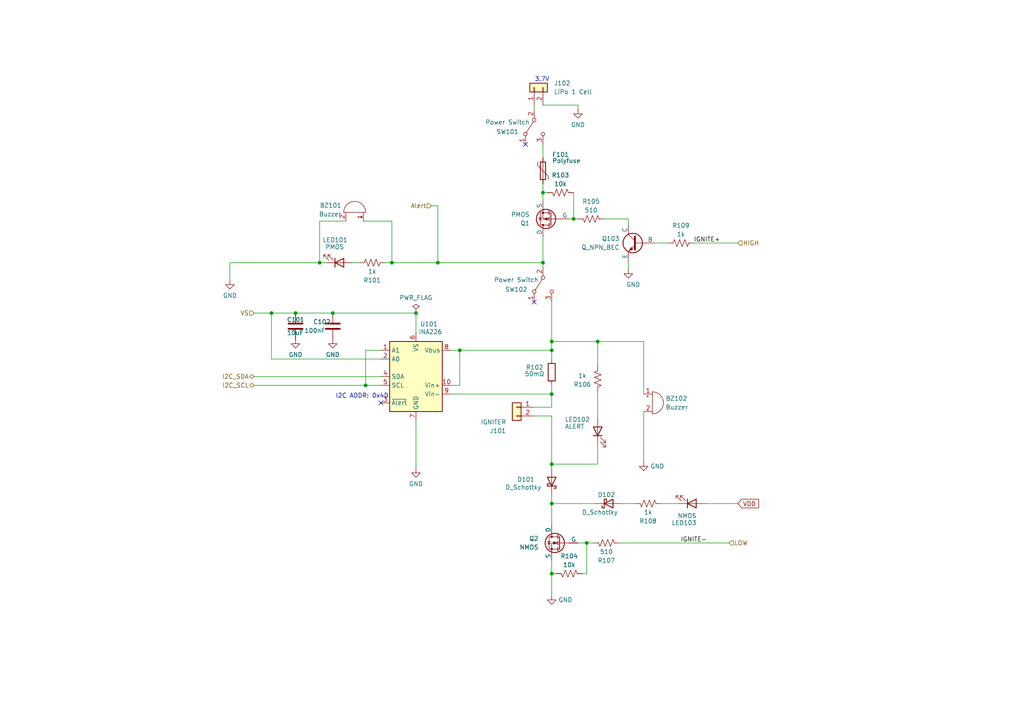
<source format=kicad_sch>
(kicad_sch
	(version 20250114)
	(generator "eeschema")
	(generator_version "9.0")
	(uuid "50809778-d831-469f-9d91-590686dcfaa3")
	(paper "A4")
	(lib_symbols
		(symbol "Connector_Generic:Conn_01x02"
			(pin_names
				(offset 1.016)
				(hide yes)
			)
			(exclude_from_sim no)
			(in_bom yes)
			(on_board yes)
			(property "Reference" "J"
				(at 0 2.54 0)
				(effects
					(font
						(size 1.27 1.27)
					)
				)
			)
			(property "Value" "Conn_01x02"
				(at 0 -5.08 0)
				(effects
					(font
						(size 1.27 1.27)
					)
				)
			)
			(property "Footprint" ""
				(at 0 0 0)
				(effects
					(font
						(size 1.27 1.27)
					)
					(hide yes)
				)
			)
			(property "Datasheet" "~"
				(at 0 0 0)
				(effects
					(font
						(size 1.27 1.27)
					)
					(hide yes)
				)
			)
			(property "Description" "Generic connector, single row, 01x02, script generated (kicad-library-utils/schlib/autogen/connector/)"
				(at 0 0 0)
				(effects
					(font
						(size 1.27 1.27)
					)
					(hide yes)
				)
			)
			(property "ki_keywords" "connector"
				(at 0 0 0)
				(effects
					(font
						(size 1.27 1.27)
					)
					(hide yes)
				)
			)
			(property "ki_fp_filters" "Connector*:*_1x??_*"
				(at 0 0 0)
				(effects
					(font
						(size 1.27 1.27)
					)
					(hide yes)
				)
			)
			(symbol "Conn_01x02_1_1"
				(rectangle
					(start -1.27 1.27)
					(end 1.27 -3.81)
					(stroke
						(width 0.254)
						(type default)
					)
					(fill
						(type background)
					)
				)
				(rectangle
					(start -1.27 0.127)
					(end 0 -0.127)
					(stroke
						(width 0.1524)
						(type default)
					)
					(fill
						(type none)
					)
				)
				(rectangle
					(start -1.27 -2.413)
					(end 0 -2.667)
					(stroke
						(width 0.1524)
						(type default)
					)
					(fill
						(type none)
					)
				)
				(pin passive line
					(at -5.08 0 0)
					(length 3.81)
					(name "Pin_1"
						(effects
							(font
								(size 1.27 1.27)
							)
						)
					)
					(number "1"
						(effects
							(font
								(size 1.27 1.27)
							)
						)
					)
				)
				(pin passive line
					(at -5.08 -2.54 0)
					(length 3.81)
					(name "Pin_2"
						(effects
							(font
								(size 1.27 1.27)
							)
						)
					)
					(number "2"
						(effects
							(font
								(size 1.27 1.27)
							)
						)
					)
				)
			)
			(embedded_fonts no)
		)
		(symbol "Device:Buzzer"
			(pin_names
				(offset 0.0254)
				(hide yes)
			)
			(exclude_from_sim no)
			(in_bom yes)
			(on_board yes)
			(property "Reference" "BZ"
				(at 3.81 1.27 0)
				(effects
					(font
						(size 1.27 1.27)
					)
					(justify left)
				)
			)
			(property "Value" "Buzzer"
				(at 3.81 -1.27 0)
				(effects
					(font
						(size 1.27 1.27)
					)
					(justify left)
				)
			)
			(property "Footprint" ""
				(at -0.635 2.54 90)
				(effects
					(font
						(size 1.27 1.27)
					)
					(hide yes)
				)
			)
			(property "Datasheet" "~"
				(at -0.635 2.54 90)
				(effects
					(font
						(size 1.27 1.27)
					)
					(hide yes)
				)
			)
			(property "Description" "Buzzer, polarized"
				(at 0 0 0)
				(effects
					(font
						(size 1.27 1.27)
					)
					(hide yes)
				)
			)
			(property "ki_keywords" "quartz resonator ceramic"
				(at 0 0 0)
				(effects
					(font
						(size 1.27 1.27)
					)
					(hide yes)
				)
			)
			(property "ki_fp_filters" "*Buzzer*"
				(at 0 0 0)
				(effects
					(font
						(size 1.27 1.27)
					)
					(hide yes)
				)
			)
			(symbol "Buzzer_0_1"
				(polyline
					(pts
						(xy -1.651 1.905) (xy -1.143 1.905)
					)
					(stroke
						(width 0)
						(type default)
					)
					(fill
						(type none)
					)
				)
				(polyline
					(pts
						(xy -1.397 2.159) (xy -1.397 1.651)
					)
					(stroke
						(width 0)
						(type default)
					)
					(fill
						(type none)
					)
				)
				(arc
					(start 0 3.175)
					(mid 3.1612 0)
					(end 0 -3.175)
					(stroke
						(width 0)
						(type default)
					)
					(fill
						(type none)
					)
				)
				(polyline
					(pts
						(xy 0 3.175) (xy 0 -3.175)
					)
					(stroke
						(width 0)
						(type default)
					)
					(fill
						(type none)
					)
				)
			)
			(symbol "Buzzer_1_1"
				(pin passive line
					(at -2.54 2.54 0)
					(length 2.54)
					(name "+"
						(effects
							(font
								(size 1.27 1.27)
							)
						)
					)
					(number "1"
						(effects
							(font
								(size 1.27 1.27)
							)
						)
					)
				)
				(pin passive line
					(at -2.54 -2.54 0)
					(length 2.54)
					(name "-"
						(effects
							(font
								(size 1.27 1.27)
							)
						)
					)
					(number "2"
						(effects
							(font
								(size 1.27 1.27)
							)
						)
					)
				)
			)
			(embedded_fonts no)
		)
		(symbol "Device:C"
			(pin_numbers
				(hide yes)
			)
			(pin_names
				(offset 0.254)
			)
			(exclude_from_sim no)
			(in_bom yes)
			(on_board yes)
			(property "Reference" "C"
				(at 0.635 2.54 0)
				(effects
					(font
						(size 1.27 1.27)
					)
					(justify left)
				)
			)
			(property "Value" "C"
				(at 0.635 -2.54 0)
				(effects
					(font
						(size 1.27 1.27)
					)
					(justify left)
				)
			)
			(property "Footprint" ""
				(at 0.9652 -3.81 0)
				(effects
					(font
						(size 1.27 1.27)
					)
					(hide yes)
				)
			)
			(property "Datasheet" "~"
				(at 0 0 0)
				(effects
					(font
						(size 1.27 1.27)
					)
					(hide yes)
				)
			)
			(property "Description" "Unpolarized capacitor"
				(at 0 0 0)
				(effects
					(font
						(size 1.27 1.27)
					)
					(hide yes)
				)
			)
			(property "ki_keywords" "cap capacitor"
				(at 0 0 0)
				(effects
					(font
						(size 1.27 1.27)
					)
					(hide yes)
				)
			)
			(property "ki_fp_filters" "C_*"
				(at 0 0 0)
				(effects
					(font
						(size 1.27 1.27)
					)
					(hide yes)
				)
			)
			(symbol "C_0_1"
				(polyline
					(pts
						(xy -2.032 0.762) (xy 2.032 0.762)
					)
					(stroke
						(width 0.508)
						(type default)
					)
					(fill
						(type none)
					)
				)
				(polyline
					(pts
						(xy -2.032 -0.762) (xy 2.032 -0.762)
					)
					(stroke
						(width 0.508)
						(type default)
					)
					(fill
						(type none)
					)
				)
			)
			(symbol "C_1_1"
				(pin passive line
					(at 0 3.81 270)
					(length 2.794)
					(name "~"
						(effects
							(font
								(size 1.27 1.27)
							)
						)
					)
					(number "1"
						(effects
							(font
								(size 1.27 1.27)
							)
						)
					)
				)
				(pin passive line
					(at 0 -3.81 90)
					(length 2.794)
					(name "~"
						(effects
							(font
								(size 1.27 1.27)
							)
						)
					)
					(number "2"
						(effects
							(font
								(size 1.27 1.27)
							)
						)
					)
				)
			)
			(embedded_fonts no)
		)
		(symbol "Device:D_Schottky"
			(pin_numbers
				(hide yes)
			)
			(pin_names
				(offset 1.016)
				(hide yes)
			)
			(exclude_from_sim no)
			(in_bom yes)
			(on_board yes)
			(property "Reference" "D"
				(at 0 2.54 0)
				(effects
					(font
						(size 1.27 1.27)
					)
				)
			)
			(property "Value" "D_Schottky"
				(at 0 -2.54 0)
				(effects
					(font
						(size 1.27 1.27)
					)
				)
			)
			(property "Footprint" ""
				(at 0 0 0)
				(effects
					(font
						(size 1.27 1.27)
					)
					(hide yes)
				)
			)
			(property "Datasheet" "~"
				(at 0 0 0)
				(effects
					(font
						(size 1.27 1.27)
					)
					(hide yes)
				)
			)
			(property "Description" "Schottky diode"
				(at 0 0 0)
				(effects
					(font
						(size 1.27 1.27)
					)
					(hide yes)
				)
			)
			(property "ki_keywords" "diode Schottky"
				(at 0 0 0)
				(effects
					(font
						(size 1.27 1.27)
					)
					(hide yes)
				)
			)
			(property "ki_fp_filters" "TO-???* *_Diode_* *SingleDiode* D_*"
				(at 0 0 0)
				(effects
					(font
						(size 1.27 1.27)
					)
					(hide yes)
				)
			)
			(symbol "D_Schottky_0_1"
				(polyline
					(pts
						(xy -1.905 0.635) (xy -1.905 1.27) (xy -1.27 1.27) (xy -1.27 -1.27) (xy -0.635 -1.27) (xy -0.635 -0.635)
					)
					(stroke
						(width 0.254)
						(type default)
					)
					(fill
						(type none)
					)
				)
				(polyline
					(pts
						(xy 1.27 1.27) (xy 1.27 -1.27) (xy -1.27 0) (xy 1.27 1.27)
					)
					(stroke
						(width 0.254)
						(type default)
					)
					(fill
						(type none)
					)
				)
				(polyline
					(pts
						(xy 1.27 0) (xy -1.27 0)
					)
					(stroke
						(width 0)
						(type default)
					)
					(fill
						(type none)
					)
				)
			)
			(symbol "D_Schottky_1_1"
				(pin passive line
					(at -3.81 0 0)
					(length 2.54)
					(name "K"
						(effects
							(font
								(size 1.27 1.27)
							)
						)
					)
					(number "1"
						(effects
							(font
								(size 1.27 1.27)
							)
						)
					)
				)
				(pin passive line
					(at 3.81 0 180)
					(length 2.54)
					(name "A"
						(effects
							(font
								(size 1.27 1.27)
							)
						)
					)
					(number "2"
						(effects
							(font
								(size 1.27 1.27)
							)
						)
					)
				)
			)
			(embedded_fonts no)
		)
		(symbol "Device:LED"
			(pin_numbers
				(hide yes)
			)
			(pin_names
				(offset 1.016)
				(hide yes)
			)
			(exclude_from_sim no)
			(in_bom yes)
			(on_board yes)
			(property "Reference" "D"
				(at 0 2.54 0)
				(effects
					(font
						(size 1.27 1.27)
					)
				)
			)
			(property "Value" "LED"
				(at 0 -2.54 0)
				(effects
					(font
						(size 1.27 1.27)
					)
				)
			)
			(property "Footprint" ""
				(at 0 0 0)
				(effects
					(font
						(size 1.27 1.27)
					)
					(hide yes)
				)
			)
			(property "Datasheet" "~"
				(at 0 0 0)
				(effects
					(font
						(size 1.27 1.27)
					)
					(hide yes)
				)
			)
			(property "Description" "Light emitting diode"
				(at 0 0 0)
				(effects
					(font
						(size 1.27 1.27)
					)
					(hide yes)
				)
			)
			(property "ki_keywords" "LED diode"
				(at 0 0 0)
				(effects
					(font
						(size 1.27 1.27)
					)
					(hide yes)
				)
			)
			(property "ki_fp_filters" "LED* LED_SMD:* LED_THT:*"
				(at 0 0 0)
				(effects
					(font
						(size 1.27 1.27)
					)
					(hide yes)
				)
			)
			(symbol "LED_0_1"
				(polyline
					(pts
						(xy -3.048 -0.762) (xy -4.572 -2.286) (xy -3.81 -2.286) (xy -4.572 -2.286) (xy -4.572 -1.524)
					)
					(stroke
						(width 0)
						(type default)
					)
					(fill
						(type none)
					)
				)
				(polyline
					(pts
						(xy -1.778 -0.762) (xy -3.302 -2.286) (xy -2.54 -2.286) (xy -3.302 -2.286) (xy -3.302 -1.524)
					)
					(stroke
						(width 0)
						(type default)
					)
					(fill
						(type none)
					)
				)
				(polyline
					(pts
						(xy -1.27 0) (xy 1.27 0)
					)
					(stroke
						(width 0)
						(type default)
					)
					(fill
						(type none)
					)
				)
				(polyline
					(pts
						(xy -1.27 -1.27) (xy -1.27 1.27)
					)
					(stroke
						(width 0.254)
						(type default)
					)
					(fill
						(type none)
					)
				)
				(polyline
					(pts
						(xy 1.27 -1.27) (xy 1.27 1.27) (xy -1.27 0) (xy 1.27 -1.27)
					)
					(stroke
						(width 0.254)
						(type default)
					)
					(fill
						(type none)
					)
				)
			)
			(symbol "LED_1_1"
				(pin passive line
					(at -3.81 0 0)
					(length 2.54)
					(name "K"
						(effects
							(font
								(size 1.27 1.27)
							)
						)
					)
					(number "1"
						(effects
							(font
								(size 1.27 1.27)
							)
						)
					)
				)
				(pin passive line
					(at 3.81 0 180)
					(length 2.54)
					(name "A"
						(effects
							(font
								(size 1.27 1.27)
							)
						)
					)
					(number "2"
						(effects
							(font
								(size 1.27 1.27)
							)
						)
					)
				)
			)
			(embedded_fonts no)
		)
		(symbol "Device:Polyfuse"
			(pin_numbers
				(hide yes)
			)
			(pin_names
				(offset 0)
			)
			(exclude_from_sim no)
			(in_bom yes)
			(on_board yes)
			(property "Reference" "F"
				(at -2.54 0 90)
				(effects
					(font
						(size 1.27 1.27)
					)
				)
			)
			(property "Value" "Polyfuse"
				(at 2.54 0 90)
				(effects
					(font
						(size 1.27 1.27)
					)
				)
			)
			(property "Footprint" ""
				(at 1.27 -5.08 0)
				(effects
					(font
						(size 1.27 1.27)
					)
					(justify left)
					(hide yes)
				)
			)
			(property "Datasheet" "~"
				(at 0 0 0)
				(effects
					(font
						(size 1.27 1.27)
					)
					(hide yes)
				)
			)
			(property "Description" "Resettable fuse, polymeric positive temperature coefficient"
				(at 0 0 0)
				(effects
					(font
						(size 1.27 1.27)
					)
					(hide yes)
				)
			)
			(property "ki_keywords" "resettable fuse PTC PPTC polyfuse polyswitch"
				(at 0 0 0)
				(effects
					(font
						(size 1.27 1.27)
					)
					(hide yes)
				)
			)
			(property "ki_fp_filters" "*polyfuse* *PTC*"
				(at 0 0 0)
				(effects
					(font
						(size 1.27 1.27)
					)
					(hide yes)
				)
			)
			(symbol "Polyfuse_0_1"
				(polyline
					(pts
						(xy -1.524 2.54) (xy -1.524 1.524) (xy 1.524 -1.524) (xy 1.524 -2.54)
					)
					(stroke
						(width 0)
						(type default)
					)
					(fill
						(type none)
					)
				)
				(rectangle
					(start -0.762 2.54)
					(end 0.762 -2.54)
					(stroke
						(width 0.254)
						(type default)
					)
					(fill
						(type none)
					)
				)
				(polyline
					(pts
						(xy 0 2.54) (xy 0 -2.54)
					)
					(stroke
						(width 0)
						(type default)
					)
					(fill
						(type none)
					)
				)
			)
			(symbol "Polyfuse_1_1"
				(pin passive line
					(at 0 3.81 270)
					(length 1.27)
					(name "~"
						(effects
							(font
								(size 1.27 1.27)
							)
						)
					)
					(number "1"
						(effects
							(font
								(size 1.27 1.27)
							)
						)
					)
				)
				(pin passive line
					(at 0 -3.81 90)
					(length 1.27)
					(name "~"
						(effects
							(font
								(size 1.27 1.27)
							)
						)
					)
					(number "2"
						(effects
							(font
								(size 1.27 1.27)
							)
						)
					)
				)
			)
			(embedded_fonts no)
		)
		(symbol "Device:R"
			(pin_numbers
				(hide yes)
			)
			(pin_names
				(offset 0)
			)
			(exclude_from_sim no)
			(in_bom yes)
			(on_board yes)
			(property "Reference" "R"
				(at 2.032 0 90)
				(effects
					(font
						(size 1.27 1.27)
					)
				)
			)
			(property "Value" "R"
				(at 0 0 90)
				(effects
					(font
						(size 1.27 1.27)
					)
				)
			)
			(property "Footprint" ""
				(at -1.778 0 90)
				(effects
					(font
						(size 1.27 1.27)
					)
					(hide yes)
				)
			)
			(property "Datasheet" "~"
				(at 0 0 0)
				(effects
					(font
						(size 1.27 1.27)
					)
					(hide yes)
				)
			)
			(property "Description" "Resistor"
				(at 0 0 0)
				(effects
					(font
						(size 1.27 1.27)
					)
					(hide yes)
				)
			)
			(property "ki_keywords" "R res resistor"
				(at 0 0 0)
				(effects
					(font
						(size 1.27 1.27)
					)
					(hide yes)
				)
			)
			(property "ki_fp_filters" "R_*"
				(at 0 0 0)
				(effects
					(font
						(size 1.27 1.27)
					)
					(hide yes)
				)
			)
			(symbol "R_0_1"
				(rectangle
					(start -1.016 -2.54)
					(end 1.016 2.54)
					(stroke
						(width 0.254)
						(type default)
					)
					(fill
						(type none)
					)
				)
			)
			(symbol "R_1_1"
				(pin passive line
					(at 0 3.81 270)
					(length 1.27)
					(name "~"
						(effects
							(font
								(size 1.27 1.27)
							)
						)
					)
					(number "1"
						(effects
							(font
								(size 1.27 1.27)
							)
						)
					)
				)
				(pin passive line
					(at 0 -3.81 90)
					(length 1.27)
					(name "~"
						(effects
							(font
								(size 1.27 1.27)
							)
						)
					)
					(number "2"
						(effects
							(font
								(size 1.27 1.27)
							)
						)
					)
				)
			)
			(embedded_fonts no)
		)
		(symbol "Device:R_US"
			(pin_numbers
				(hide yes)
			)
			(pin_names
				(offset 0)
			)
			(exclude_from_sim no)
			(in_bom yes)
			(on_board yes)
			(property "Reference" "R"
				(at 2.54 0 90)
				(effects
					(font
						(size 1.27 1.27)
					)
				)
			)
			(property "Value" "R_US"
				(at -2.54 0 90)
				(effects
					(font
						(size 1.27 1.27)
					)
				)
			)
			(property "Footprint" ""
				(at 1.016 -0.254 90)
				(effects
					(font
						(size 1.27 1.27)
					)
					(hide yes)
				)
			)
			(property "Datasheet" "~"
				(at 0 0 0)
				(effects
					(font
						(size 1.27 1.27)
					)
					(hide yes)
				)
			)
			(property "Description" "Resistor, US symbol"
				(at 0 0 0)
				(effects
					(font
						(size 1.27 1.27)
					)
					(hide yes)
				)
			)
			(property "ki_keywords" "R res resistor"
				(at 0 0 0)
				(effects
					(font
						(size 1.27 1.27)
					)
					(hide yes)
				)
			)
			(property "ki_fp_filters" "R_*"
				(at 0 0 0)
				(effects
					(font
						(size 1.27 1.27)
					)
					(hide yes)
				)
			)
			(symbol "R_US_0_1"
				(polyline
					(pts
						(xy 0 2.286) (xy 0 2.54)
					)
					(stroke
						(width 0)
						(type default)
					)
					(fill
						(type none)
					)
				)
				(polyline
					(pts
						(xy 0 2.286) (xy 1.016 1.905) (xy 0 1.524) (xy -1.016 1.143) (xy 0 0.762)
					)
					(stroke
						(width 0)
						(type default)
					)
					(fill
						(type none)
					)
				)
				(polyline
					(pts
						(xy 0 0.762) (xy 1.016 0.381) (xy 0 0) (xy -1.016 -0.381) (xy 0 -0.762)
					)
					(stroke
						(width 0)
						(type default)
					)
					(fill
						(type none)
					)
				)
				(polyline
					(pts
						(xy 0 -0.762) (xy 1.016 -1.143) (xy 0 -1.524) (xy -1.016 -1.905) (xy 0 -2.286)
					)
					(stroke
						(width 0)
						(type default)
					)
					(fill
						(type none)
					)
				)
				(polyline
					(pts
						(xy 0 -2.286) (xy 0 -2.54)
					)
					(stroke
						(width 0)
						(type default)
					)
					(fill
						(type none)
					)
				)
			)
			(symbol "R_US_1_1"
				(pin passive line
					(at 0 3.81 270)
					(length 1.27)
					(name "~"
						(effects
							(font
								(size 1.27 1.27)
							)
						)
					)
					(number "1"
						(effects
							(font
								(size 1.27 1.27)
							)
						)
					)
				)
				(pin passive line
					(at 0 -3.81 90)
					(length 1.27)
					(name "~"
						(effects
							(font
								(size 1.27 1.27)
							)
						)
					)
					(number "2"
						(effects
							(font
								(size 1.27 1.27)
							)
						)
					)
				)
			)
			(embedded_fonts no)
		)
		(symbol "Sensor_Energy:INA226"
			(exclude_from_sim no)
			(in_bom yes)
			(on_board yes)
			(property "Reference" "U"
				(at -6.35 11.43 0)
				(effects
					(font
						(size 1.27 1.27)
					)
				)
			)
			(property "Value" "INA226"
				(at 3.81 11.43 0)
				(effects
					(font
						(size 1.27 1.27)
					)
				)
			)
			(property "Footprint" "Package_SO:VSSOP-10_3x3mm_P0.5mm"
				(at 20.32 -11.43 0)
				(effects
					(font
						(size 1.27 1.27)
					)
					(hide yes)
				)
			)
			(property "Datasheet" "http://www.ti.com/lit/ds/symlink/ina226.pdf"
				(at 8.89 -2.54 0)
				(effects
					(font
						(size 1.27 1.27)
					)
					(hide yes)
				)
			)
			(property "Description" "High-Side or Low-Side Measurement, Bi-Directional Current and Power Monitor (0-36V) with I2C Compatible Interface, VSSOP-10"
				(at 0 0 0)
				(effects
					(font
						(size 1.27 1.27)
					)
					(hide yes)
				)
			)
			(property "ki_keywords" "ADC I2C 16-Bit Oversampling Current Shunt"
				(at 0 0 0)
				(effects
					(font
						(size 1.27 1.27)
					)
					(hide yes)
				)
			)
			(property "ki_fp_filters" "VSSOP*3x3mm*P0.5mm*"
				(at 0 0 0)
				(effects
					(font
						(size 1.27 1.27)
					)
					(hide yes)
				)
			)
			(symbol "INA226_0_1"
				(rectangle
					(start 7.62 10.16)
					(end -7.62 -10.16)
					(stroke
						(width 0.254)
						(type default)
					)
					(fill
						(type background)
					)
				)
			)
			(symbol "INA226_1_1"
				(pin input line
					(at -10.16 7.62 0)
					(length 2.54)
					(name "Vbus"
						(effects
							(font
								(size 1.27 1.27)
							)
						)
					)
					(number "8"
						(effects
							(font
								(size 1.27 1.27)
							)
						)
					)
				)
				(pin input line
					(at -10.16 -2.54 0)
					(length 2.54)
					(name "Vin+"
						(effects
							(font
								(size 1.27 1.27)
							)
						)
					)
					(number "10"
						(effects
							(font
								(size 1.27 1.27)
							)
						)
					)
				)
				(pin input line
					(at -10.16 -5.08 0)
					(length 2.54)
					(name "Vin-"
						(effects
							(font
								(size 1.27 1.27)
							)
						)
					)
					(number "9"
						(effects
							(font
								(size 1.27 1.27)
							)
						)
					)
				)
				(pin power_in line
					(at 0 12.7 270)
					(length 2.54)
					(name "VS"
						(effects
							(font
								(size 1.27 1.27)
							)
						)
					)
					(number "6"
						(effects
							(font
								(size 1.27 1.27)
							)
						)
					)
				)
				(pin power_in line
					(at 0 -12.7 90)
					(length 2.54)
					(name "GND"
						(effects
							(font
								(size 1.27 1.27)
							)
						)
					)
					(number "7"
						(effects
							(font
								(size 1.27 1.27)
							)
						)
					)
				)
				(pin input line
					(at 10.16 7.62 180)
					(length 2.54)
					(name "A1"
						(effects
							(font
								(size 1.27 1.27)
							)
						)
					)
					(number "1"
						(effects
							(font
								(size 1.27 1.27)
							)
						)
					)
				)
				(pin input line
					(at 10.16 5.08 180)
					(length 2.54)
					(name "A0"
						(effects
							(font
								(size 1.27 1.27)
							)
						)
					)
					(number "2"
						(effects
							(font
								(size 1.27 1.27)
							)
						)
					)
				)
				(pin bidirectional line
					(at 10.16 0 180)
					(length 2.54)
					(name "SDA"
						(effects
							(font
								(size 1.27 1.27)
							)
						)
					)
					(number "4"
						(effects
							(font
								(size 1.27 1.27)
							)
						)
					)
				)
				(pin input line
					(at 10.16 -2.54 180)
					(length 2.54)
					(name "SCL"
						(effects
							(font
								(size 1.27 1.27)
							)
						)
					)
					(number "5"
						(effects
							(font
								(size 1.27 1.27)
							)
						)
					)
				)
				(pin open_collector line
					(at 10.16 -7.62 180)
					(length 2.54)
					(name "~{Alert}"
						(effects
							(font
								(size 1.27 1.27)
							)
						)
					)
					(number "3"
						(effects
							(font
								(size 1.27 1.27)
							)
						)
					)
				)
			)
			(embedded_fonts no)
		)
		(symbol "Simulation_SPICE:NMOS"
			(pin_numbers
				(hide yes)
			)
			(pin_names
				(offset 0)
			)
			(exclude_from_sim no)
			(in_bom yes)
			(on_board yes)
			(property "Reference" "Q"
				(at 5.08 1.27 0)
				(effects
					(font
						(size 1.27 1.27)
					)
					(justify left)
				)
			)
			(property "Value" "NMOS"
				(at 5.08 -1.27 0)
				(effects
					(font
						(size 1.27 1.27)
					)
					(justify left)
				)
			)
			(property "Footprint" ""
				(at 5.08 2.54 0)
				(effects
					(font
						(size 1.27 1.27)
					)
					(hide yes)
				)
			)
			(property "Datasheet" "https://ngspice.sourceforge.io/docs/ngspice-html-manual/manual.xhtml#cha_MOSFETs"
				(at 0 -12.7 0)
				(effects
					(font
						(size 1.27 1.27)
					)
					(hide yes)
				)
			)
			(property "Description" "N-MOSFET transistor, drain/source/gate"
				(at 0 0 0)
				(effects
					(font
						(size 1.27 1.27)
					)
					(hide yes)
				)
			)
			(property "Sim.Device" "NMOS"
				(at 0 -17.145 0)
				(effects
					(font
						(size 1.27 1.27)
					)
					(hide yes)
				)
			)
			(property "Sim.Type" "VDMOS"
				(at 0 -19.05 0)
				(effects
					(font
						(size 1.27 1.27)
					)
					(hide yes)
				)
			)
			(property "Sim.Pins" "1=D 2=G 3=S"
				(at 0 -15.24 0)
				(effects
					(font
						(size 1.27 1.27)
					)
					(hide yes)
				)
			)
			(property "ki_keywords" "transistor NMOS N-MOS N-MOSFET simulation"
				(at 0 0 0)
				(effects
					(font
						(size 1.27 1.27)
					)
					(hide yes)
				)
			)
			(symbol "NMOS_0_1"
				(polyline
					(pts
						(xy 0.254 1.905) (xy 0.254 -1.905)
					)
					(stroke
						(width 0.254)
						(type default)
					)
					(fill
						(type none)
					)
				)
				(polyline
					(pts
						(xy 0.254 0) (xy -2.54 0)
					)
					(stroke
						(width 0)
						(type default)
					)
					(fill
						(type none)
					)
				)
				(polyline
					(pts
						(xy 0.762 2.286) (xy 0.762 1.27)
					)
					(stroke
						(width 0.254)
						(type default)
					)
					(fill
						(type none)
					)
				)
				(polyline
					(pts
						(xy 0.762 0.508) (xy 0.762 -0.508)
					)
					(stroke
						(width 0.254)
						(type default)
					)
					(fill
						(type none)
					)
				)
				(polyline
					(pts
						(xy 0.762 -1.27) (xy 0.762 -2.286)
					)
					(stroke
						(width 0.254)
						(type default)
					)
					(fill
						(type none)
					)
				)
				(polyline
					(pts
						(xy 0.762 -1.778) (xy 3.302 -1.778) (xy 3.302 1.778) (xy 0.762 1.778)
					)
					(stroke
						(width 0)
						(type default)
					)
					(fill
						(type none)
					)
				)
				(polyline
					(pts
						(xy 1.016 0) (xy 2.032 0.381) (xy 2.032 -0.381) (xy 1.016 0)
					)
					(stroke
						(width 0)
						(type default)
					)
					(fill
						(type outline)
					)
				)
				(circle
					(center 1.651 0)
					(radius 2.794)
					(stroke
						(width 0.254)
						(type default)
					)
					(fill
						(type none)
					)
				)
				(polyline
					(pts
						(xy 2.54 2.54) (xy 2.54 1.778)
					)
					(stroke
						(width 0)
						(type default)
					)
					(fill
						(type none)
					)
				)
				(circle
					(center 2.54 1.778)
					(radius 0.254)
					(stroke
						(width 0)
						(type default)
					)
					(fill
						(type outline)
					)
				)
				(circle
					(center 2.54 -1.778)
					(radius 0.254)
					(stroke
						(width 0)
						(type default)
					)
					(fill
						(type outline)
					)
				)
				(polyline
					(pts
						(xy 2.54 -2.54) (xy 2.54 0) (xy 0.762 0)
					)
					(stroke
						(width 0)
						(type default)
					)
					(fill
						(type none)
					)
				)
				(polyline
					(pts
						(xy 2.794 0.508) (xy 2.921 0.381) (xy 3.683 0.381) (xy 3.81 0.254)
					)
					(stroke
						(width 0)
						(type default)
					)
					(fill
						(type none)
					)
				)
				(polyline
					(pts
						(xy 3.302 0.381) (xy 2.921 -0.254) (xy 3.683 -0.254) (xy 3.302 0.381)
					)
					(stroke
						(width 0)
						(type default)
					)
					(fill
						(type none)
					)
				)
			)
			(symbol "NMOS_1_1"
				(pin input line
					(at -5.08 0 0)
					(length 2.54)
					(name "G"
						(effects
							(font
								(size 1.27 1.27)
							)
						)
					)
					(number "2"
						(effects
							(font
								(size 1.27 1.27)
							)
						)
					)
				)
				(pin passive line
					(at 2.54 5.08 270)
					(length 2.54)
					(name "D"
						(effects
							(font
								(size 1.27 1.27)
							)
						)
					)
					(number "1"
						(effects
							(font
								(size 1.27 1.27)
							)
						)
					)
				)
				(pin passive line
					(at 2.54 -5.08 90)
					(length 2.54)
					(name "S"
						(effects
							(font
								(size 1.27 1.27)
							)
						)
					)
					(number "3"
						(effects
							(font
								(size 1.27 1.27)
							)
						)
					)
				)
			)
			(embedded_fonts no)
		)
		(symbol "Simulation_SPICE:NPN"
			(pin_numbers
				(hide yes)
			)
			(pin_names
				(offset 0)
			)
			(exclude_from_sim no)
			(in_bom yes)
			(on_board yes)
			(property "Reference" "Q"
				(at -2.54 7.62 0)
				(effects
					(font
						(size 1.27 1.27)
					)
				)
			)
			(property "Value" "NPN"
				(at -2.54 5.08 0)
				(effects
					(font
						(size 1.27 1.27)
					)
				)
			)
			(property "Footprint" ""
				(at 63.5 0 0)
				(effects
					(font
						(size 1.27 1.27)
					)
					(hide yes)
				)
			)
			(property "Datasheet" "~"
				(at 63.5 0 0)
				(effects
					(font
						(size 1.27 1.27)
					)
					(hide yes)
				)
			)
			(property "Description" "Bipolar transistor symbol for simulation only, substrate tied to the emitter"
				(at 0 0 0)
				(effects
					(font
						(size 1.27 1.27)
					)
					(hide yes)
				)
			)
			(property "Sim.Device" "NPN"
				(at 0 0 0)
				(effects
					(font
						(size 1.27 1.27)
					)
					(hide yes)
				)
			)
			(property "Sim.Type" "GUMMELPOON"
				(at 0 0 0)
				(effects
					(font
						(size 1.27 1.27)
					)
					(hide yes)
				)
			)
			(property "Sim.Pins" "1=C 2=B 3=E"
				(at 0 0 0)
				(effects
					(font
						(size 1.27 1.27)
					)
					(hide yes)
				)
			)
			(property "ki_keywords" "simulation"
				(at 0 0 0)
				(effects
					(font
						(size 1.27 1.27)
					)
					(hide yes)
				)
			)
			(symbol "NPN_0_1"
				(polyline
					(pts
						(xy -2.54 0) (xy 0.635 0)
					)
					(stroke
						(width 0.1524)
						(type default)
					)
					(fill
						(type none)
					)
				)
				(polyline
					(pts
						(xy 0.635 1.905) (xy 0.635 -1.905) (xy 0.635 -1.905)
					)
					(stroke
						(width 0.508)
						(type default)
					)
					(fill
						(type none)
					)
				)
				(polyline
					(pts
						(xy 0.635 0.635) (xy 2.54 2.54)
					)
					(stroke
						(width 0)
						(type default)
					)
					(fill
						(type none)
					)
				)
				(polyline
					(pts
						(xy 0.635 -0.635) (xy 2.54 -2.54) (xy 2.54 -2.54)
					)
					(stroke
						(width 0)
						(type default)
					)
					(fill
						(type none)
					)
				)
				(circle
					(center 1.27 0)
					(radius 2.8194)
					(stroke
						(width 0.254)
						(type default)
					)
					(fill
						(type none)
					)
				)
				(polyline
					(pts
						(xy 1.27 -1.778) (xy 1.778 -1.27) (xy 2.286 -2.286) (xy 1.27 -1.778) (xy 1.27 -1.778)
					)
					(stroke
						(width 0)
						(type default)
					)
					(fill
						(type outline)
					)
				)
				(polyline
					(pts
						(xy 2.794 -1.27) (xy 2.794 -1.27)
					)
					(stroke
						(width 0.1524)
						(type default)
					)
					(fill
						(type none)
					)
				)
				(polyline
					(pts
						(xy 2.794 -1.27) (xy 2.794 -1.27)
					)
					(stroke
						(width 0.1524)
						(type default)
					)
					(fill
						(type none)
					)
				)
			)
			(symbol "NPN_1_1"
				(pin input line
					(at -5.08 0 0)
					(length 2.54)
					(name "B"
						(effects
							(font
								(size 1.27 1.27)
							)
						)
					)
					(number "2"
						(effects
							(font
								(size 1.27 1.27)
							)
						)
					)
				)
				(pin open_collector line
					(at 2.54 5.08 270)
					(length 2.54)
					(name "C"
						(effects
							(font
								(size 1.27 1.27)
							)
						)
					)
					(number "1"
						(effects
							(font
								(size 1.27 1.27)
							)
						)
					)
				)
				(pin open_emitter line
					(at 2.54 -5.08 90)
					(length 2.54)
					(name "E"
						(effects
							(font
								(size 1.27 1.27)
							)
						)
					)
					(number "3"
						(effects
							(font
								(size 1.27 1.27)
							)
						)
					)
				)
			)
			(embedded_fonts no)
		)
		(symbol "Simulation_SPICE:PMOS"
			(pin_numbers
				(hide yes)
			)
			(pin_names
				(offset 0)
			)
			(exclude_from_sim no)
			(in_bom yes)
			(on_board yes)
			(property "Reference" "Q"
				(at 5.08 1.27 0)
				(effects
					(font
						(size 1.27 1.27)
					)
					(justify left)
				)
			)
			(property "Value" "PMOS"
				(at 5.08 -1.27 0)
				(effects
					(font
						(size 1.27 1.27)
					)
					(justify left)
				)
			)
			(property "Footprint" ""
				(at 5.08 2.54 0)
				(effects
					(font
						(size 1.27 1.27)
					)
					(hide yes)
				)
			)
			(property "Datasheet" "https://ngspice.sourceforge.io/docs/ngspice-html-manual/manual.xhtml#cha_MOSFETs"
				(at 0 -12.7 0)
				(effects
					(font
						(size 1.27 1.27)
					)
					(hide yes)
				)
			)
			(property "Description" "P-MOSFET transistor, drain/source/gate"
				(at 0 0 0)
				(effects
					(font
						(size 1.27 1.27)
					)
					(hide yes)
				)
			)
			(property "Sim.Device" "PMOS"
				(at 0 -17.145 0)
				(effects
					(font
						(size 1.27 1.27)
					)
					(hide yes)
				)
			)
			(property "Sim.Type" "VDMOS"
				(at 0 -19.05 0)
				(effects
					(font
						(size 1.27 1.27)
					)
					(hide yes)
				)
			)
			(property "Sim.Pins" "1=D 2=G 3=S"
				(at 0 -15.24 0)
				(effects
					(font
						(size 1.27 1.27)
					)
					(hide yes)
				)
			)
			(property "ki_keywords" "transistor PMOS P-MOS P-MOSFET simulation"
				(at 0 0 0)
				(effects
					(font
						(size 1.27 1.27)
					)
					(hide yes)
				)
			)
			(symbol "PMOS_0_1"
				(polyline
					(pts
						(xy 0.254 1.905) (xy 0.254 -1.905)
					)
					(stroke
						(width 0.254)
						(type default)
					)
					(fill
						(type none)
					)
				)
				(polyline
					(pts
						(xy 0.254 0) (xy -2.54 0)
					)
					(stroke
						(width 0)
						(type default)
					)
					(fill
						(type none)
					)
				)
				(polyline
					(pts
						(xy 0.762 2.286) (xy 0.762 1.27)
					)
					(stroke
						(width 0.254)
						(type default)
					)
					(fill
						(type none)
					)
				)
				(polyline
					(pts
						(xy 0.762 1.778) (xy 3.302 1.778) (xy 3.302 -1.778) (xy 0.762 -1.778)
					)
					(stroke
						(width 0)
						(type default)
					)
					(fill
						(type none)
					)
				)
				(polyline
					(pts
						(xy 0.762 0.508) (xy 0.762 -0.508)
					)
					(stroke
						(width 0.254)
						(type default)
					)
					(fill
						(type none)
					)
				)
				(polyline
					(pts
						(xy 0.762 -1.27) (xy 0.762 -2.286)
					)
					(stroke
						(width 0.254)
						(type default)
					)
					(fill
						(type none)
					)
				)
				(circle
					(center 1.651 0)
					(radius 2.794)
					(stroke
						(width 0.254)
						(type default)
					)
					(fill
						(type none)
					)
				)
				(polyline
					(pts
						(xy 2.286 0) (xy 1.27 0.381) (xy 1.27 -0.381) (xy 2.286 0)
					)
					(stroke
						(width 0)
						(type default)
					)
					(fill
						(type outline)
					)
				)
				(polyline
					(pts
						(xy 2.54 2.54) (xy 2.54 1.778)
					)
					(stroke
						(width 0)
						(type default)
					)
					(fill
						(type none)
					)
				)
				(circle
					(center 2.54 1.778)
					(radius 0.254)
					(stroke
						(width 0)
						(type default)
					)
					(fill
						(type outline)
					)
				)
				(circle
					(center 2.54 -1.778)
					(radius 0.254)
					(stroke
						(width 0)
						(type default)
					)
					(fill
						(type outline)
					)
				)
				(polyline
					(pts
						(xy 2.54 -2.54) (xy 2.54 0) (xy 0.762 0)
					)
					(stroke
						(width 0)
						(type default)
					)
					(fill
						(type none)
					)
				)
				(polyline
					(pts
						(xy 2.794 -0.508) (xy 2.921 -0.381) (xy 3.683 -0.381) (xy 3.81 -0.254)
					)
					(stroke
						(width 0)
						(type default)
					)
					(fill
						(type none)
					)
				)
				(polyline
					(pts
						(xy 3.302 -0.381) (xy 2.921 0.254) (xy 3.683 0.254) (xy 3.302 -0.381)
					)
					(stroke
						(width 0)
						(type default)
					)
					(fill
						(type none)
					)
				)
			)
			(symbol "PMOS_1_1"
				(pin input line
					(at -5.08 0 0)
					(length 2.54)
					(name "G"
						(effects
							(font
								(size 1.27 1.27)
							)
						)
					)
					(number "2"
						(effects
							(font
								(size 1.27 1.27)
							)
						)
					)
				)
				(pin passive line
					(at 2.54 5.08 270)
					(length 2.54)
					(name "D"
						(effects
							(font
								(size 1.27 1.27)
							)
						)
					)
					(number "1"
						(effects
							(font
								(size 1.27 1.27)
							)
						)
					)
				)
				(pin passive line
					(at 2.54 -5.08 90)
					(length 2.54)
					(name "S"
						(effects
							(font
								(size 1.27 1.27)
							)
						)
					)
					(number "3"
						(effects
							(font
								(size 1.27 1.27)
							)
						)
					)
				)
			)
			(embedded_fonts no)
		)
		(symbol "Switch:SW_SPDT"
			(pin_names
				(offset 0)
				(hide yes)
			)
			(exclude_from_sim no)
			(in_bom yes)
			(on_board yes)
			(property "Reference" "SW"
				(at 0 4.318 0)
				(effects
					(font
						(size 1.27 1.27)
					)
				)
			)
			(property "Value" "SW_SPDT"
				(at 0 -5.08 0)
				(effects
					(font
						(size 1.27 1.27)
					)
				)
			)
			(property "Footprint" ""
				(at 0 0 0)
				(effects
					(font
						(size 1.27 1.27)
					)
					(hide yes)
				)
			)
			(property "Datasheet" "~"
				(at 0 0 0)
				(effects
					(font
						(size 1.27 1.27)
					)
					(hide yes)
				)
			)
			(property "Description" "Switch, single pole double throw"
				(at 0 0 0)
				(effects
					(font
						(size 1.27 1.27)
					)
					(hide yes)
				)
			)
			(property "ki_keywords" "switch single-pole double-throw spdt ON-ON"
				(at 0 0 0)
				(effects
					(font
						(size 1.27 1.27)
					)
					(hide yes)
				)
			)
			(symbol "SW_SPDT_0_0"
				(circle
					(center -2.032 0)
					(radius 0.508)
					(stroke
						(width 0)
						(type default)
					)
					(fill
						(type none)
					)
				)
				(circle
					(center 2.032 -2.54)
					(radius 0.508)
					(stroke
						(width 0)
						(type default)
					)
					(fill
						(type none)
					)
				)
			)
			(symbol "SW_SPDT_0_1"
				(polyline
					(pts
						(xy -1.524 0.254) (xy 1.651 2.286)
					)
					(stroke
						(width 0)
						(type default)
					)
					(fill
						(type none)
					)
				)
				(circle
					(center 2.032 2.54)
					(radius 0.508)
					(stroke
						(width 0)
						(type default)
					)
					(fill
						(type none)
					)
				)
			)
			(symbol "SW_SPDT_1_1"
				(pin passive line
					(at -5.08 0 0)
					(length 2.54)
					(name "B"
						(effects
							(font
								(size 1.27 1.27)
							)
						)
					)
					(number "2"
						(effects
							(font
								(size 1.27 1.27)
							)
						)
					)
				)
				(pin passive line
					(at 5.08 2.54 180)
					(length 2.54)
					(name "A"
						(effects
							(font
								(size 1.27 1.27)
							)
						)
					)
					(number "1"
						(effects
							(font
								(size 1.27 1.27)
							)
						)
					)
				)
				(pin passive line
					(at 5.08 -2.54 180)
					(length 2.54)
					(name "C"
						(effects
							(font
								(size 1.27 1.27)
							)
						)
					)
					(number "3"
						(effects
							(font
								(size 1.27 1.27)
							)
						)
					)
				)
			)
			(embedded_fonts no)
		)
		(symbol "power:GND"
			(power)
			(pin_numbers
				(hide yes)
			)
			(pin_names
				(offset 0)
				(hide yes)
			)
			(exclude_from_sim no)
			(in_bom yes)
			(on_board yes)
			(property "Reference" "#PWR"
				(at 0 -6.35 0)
				(effects
					(font
						(size 1.27 1.27)
					)
					(hide yes)
				)
			)
			(property "Value" "GND"
				(at 0 -3.81 0)
				(effects
					(font
						(size 1.27 1.27)
					)
				)
			)
			(property "Footprint" ""
				(at 0 0 0)
				(effects
					(font
						(size 1.27 1.27)
					)
					(hide yes)
				)
			)
			(property "Datasheet" ""
				(at 0 0 0)
				(effects
					(font
						(size 1.27 1.27)
					)
					(hide yes)
				)
			)
			(property "Description" "Power symbol creates a global label with name \"GND\" , ground"
				(at 0 0 0)
				(effects
					(font
						(size 1.27 1.27)
					)
					(hide yes)
				)
			)
			(property "ki_keywords" "global power"
				(at 0 0 0)
				(effects
					(font
						(size 1.27 1.27)
					)
					(hide yes)
				)
			)
			(symbol "GND_0_1"
				(polyline
					(pts
						(xy 0 0) (xy 0 -1.27) (xy 1.27 -1.27) (xy 0 -2.54) (xy -1.27 -1.27) (xy 0 -1.27)
					)
					(stroke
						(width 0)
						(type default)
					)
					(fill
						(type none)
					)
				)
			)
			(symbol "GND_1_1"
				(pin power_in line
					(at 0 0 270)
					(length 0)
					(name "~"
						(effects
							(font
								(size 1.27 1.27)
							)
						)
					)
					(number "1"
						(effects
							(font
								(size 1.27 1.27)
							)
						)
					)
				)
			)
			(embedded_fonts no)
		)
		(symbol "power:PWR_FLAG"
			(power)
			(pin_numbers
				(hide yes)
			)
			(pin_names
				(offset 0)
				(hide yes)
			)
			(exclude_from_sim no)
			(in_bom yes)
			(on_board yes)
			(property "Reference" "#FLG"
				(at 0 1.905 0)
				(effects
					(font
						(size 1.27 1.27)
					)
					(hide yes)
				)
			)
			(property "Value" "PWR_FLAG"
				(at 0 3.81 0)
				(effects
					(font
						(size 1.27 1.27)
					)
				)
			)
			(property "Footprint" ""
				(at 0 0 0)
				(effects
					(font
						(size 1.27 1.27)
					)
					(hide yes)
				)
			)
			(property "Datasheet" "~"
				(at 0 0 0)
				(effects
					(font
						(size 1.27 1.27)
					)
					(hide yes)
				)
			)
			(property "Description" "Special symbol for telling ERC where power comes from"
				(at 0 0 0)
				(effects
					(font
						(size 1.27 1.27)
					)
					(hide yes)
				)
			)
			(property "ki_keywords" "flag power"
				(at 0 0 0)
				(effects
					(font
						(size 1.27 1.27)
					)
					(hide yes)
				)
			)
			(symbol "PWR_FLAG_0_0"
				(pin power_out line
					(at 0 0 90)
					(length 0)
					(name "~"
						(effects
							(font
								(size 1.27 1.27)
							)
						)
					)
					(number "1"
						(effects
							(font
								(size 1.27 1.27)
							)
						)
					)
				)
			)
			(symbol "PWR_FLAG_0_1"
				(polyline
					(pts
						(xy 0 0) (xy 0 1.27) (xy -1.016 1.905) (xy 0 2.54) (xy 1.016 1.905) (xy 0 1.27)
					)
					(stroke
						(width 0)
						(type default)
					)
					(fill
						(type none)
					)
				)
			)
			(embedded_fonts no)
		)
	)
	(text "3.7V"
		(exclude_from_sim no)
		(at 157.226 23.114 0)
		(effects
			(font
				(size 1.27 1.27)
			)
		)
		(uuid "2d6eebbb-053e-4ec9-923f-52506a7e7b78")
	)
	(text "I2C ADDR: 0x4D"
		(exclude_from_sim no)
		(at 105.029 114.935 0)
		(effects
			(font
				(size 1.27 1.27)
			)
		)
		(uuid "b6462f0e-9b75-42cb-ab9a-6451465f8291")
	)
	(junction
		(at 127 76.2)
		(diameter 0)
		(color 0 0 0 0)
		(uuid "1a5fcee4-848f-4c34-abe3-f641e2034657")
	)
	(junction
		(at 92.71 76.2)
		(diameter 0)
		(color 0 0 0 0)
		(uuid "20c8b06c-d7fb-4628-9dae-255cc1f4c69c")
	)
	(junction
		(at 166.37 63.5)
		(diameter 0)
		(color 0 0 0 0)
		(uuid "2cccf155-fef3-45d8-a0a2-f96181b47f87")
	)
	(junction
		(at 160.02 114.3)
		(diameter 0)
		(color 0 0 0 0)
		(uuid "300c8d68-4b7f-4ce2-b873-65717aa84495")
	)
	(junction
		(at 113.665 76.2)
		(diameter 0)
		(color 0 0 0 0)
		(uuid "42b2f9e0-6ac8-4bee-81a8-d7beee4ad254")
	)
	(junction
		(at 133.35 101.6)
		(diameter 0)
		(color 0 0 0 0)
		(uuid "4ae04850-c111-4e58-98bd-bcc27c53b1e3")
	)
	(junction
		(at 120.65 90.805)
		(diameter 0)
		(color 0 0 0 0)
		(uuid "605e92c5-1874-4ab9-ae6b-291d46044fb9")
	)
	(junction
		(at 157.48 55.88)
		(diameter 0)
		(color 0 0 0 0)
		(uuid "7ae5e729-a274-4d99-9068-66be1de4d0ac")
	)
	(junction
		(at 160.02 134.62)
		(diameter 0)
		(color 0 0 0 0)
		(uuid "7f8e2f11-23c1-404d-82cb-9020ddb5aaa6")
	)
	(junction
		(at 160.02 99.06)
		(diameter 0)
		(color 0 0 0 0)
		(uuid "8246d460-2720-4638-a088-62682a503db0")
	)
	(junction
		(at 157.48 76.2)
		(diameter 0)
		(color 0 0 0 0)
		(uuid "85c61d1a-f0f0-4b7c-a2f3-fea5f0568271")
	)
	(junction
		(at 173.355 99.06)
		(diameter 0)
		(color 0 0 0 0)
		(uuid "902a8058-858a-4240-ad03-8a9ec4244142")
	)
	(junction
		(at 160.02 166.37)
		(diameter 0)
		(color 0 0 0 0)
		(uuid "9e8e529d-9272-4fa2-a783-3401d524c0a0")
	)
	(junction
		(at 78.74 90.805)
		(diameter 0)
		(color 0 0 0 0)
		(uuid "ae662890-a526-4f2f-905e-4bd8ab29a913")
	)
	(junction
		(at 160.02 101.6)
		(diameter 0)
		(color 0 0 0 0)
		(uuid "ae6d8d47-d810-4f3b-925b-74baf0885116")
	)
	(junction
		(at 96.52 90.805)
		(diameter 0)
		(color 0 0 0 0)
		(uuid "b389e977-5b4a-46d9-a2e4-7407d565a827")
	)
	(junction
		(at 85.725 90.805)
		(diameter 0)
		(color 0 0 0 0)
		(uuid "c066cfed-c1ab-4d74-b6e4-711cc9578ca2")
	)
	(junction
		(at 106.045 111.76)
		(diameter 0)
		(color 0 0 0 0)
		(uuid "d32bc075-277a-47fe-9454-ad23e1e087de")
	)
	(junction
		(at 160.02 146.05)
		(diameter 0)
		(color 0 0 0 0)
		(uuid "d36f18f5-7cb2-444e-a908-10418e8514e6")
	)
	(junction
		(at 170.18 157.48)
		(diameter 0)
		(color 0 0 0 0)
		(uuid "efdbe3de-0a69-4822-ad17-bbbc5989d372")
	)
	(no_connect
		(at 152.4 41.91)
		(uuid "03dcf435-72ae-4314-abd6-b0313d7b347e")
	)
	(no_connect
		(at 154.94 87.63)
		(uuid "5c0e7baa-2ad6-4e45-94a8-cb691de426b1")
	)
	(no_connect
		(at 110.49 116.84)
		(uuid "d9b52cce-dfd7-4249-9c04-02406236041a")
	)
	(wire
		(pts
			(xy 182.245 63.5) (xy 182.245 65.405)
		)
		(stroke
			(width 0)
			(type default)
		)
		(uuid "016a33a1-3473-4f9b-bbea-5b587c8dd99c")
	)
	(wire
		(pts
			(xy 160.02 104.14) (xy 160.02 101.6)
		)
		(stroke
			(width 0)
			(type default)
		)
		(uuid "0e4b9363-6686-452e-a6af-2021d80efef8")
	)
	(wire
		(pts
			(xy 201.295 70.485) (xy 213.995 70.485)
		)
		(stroke
			(width 0)
			(type default)
		)
		(uuid "135e6a49-77c6-4dc4-964f-6d7d4620c3ed")
	)
	(wire
		(pts
			(xy 160.02 87.63) (xy 160.02 99.06)
		)
		(stroke
			(width 0)
			(type default)
		)
		(uuid "13efb7c9-847f-4f05-93ff-d30a78c675e3")
	)
	(wire
		(pts
			(xy 173.355 99.06) (xy 173.355 106.045)
		)
		(stroke
			(width 0)
			(type default)
		)
		(uuid "140a56b0-71bd-44d1-ba12-b83d4bbfb854")
	)
	(wire
		(pts
			(xy 175.26 63.5) (xy 182.245 63.5)
		)
		(stroke
			(width 0)
			(type default)
		)
		(uuid "16268424-38ed-4f1e-9764-e5fdc365bf8d")
	)
	(wire
		(pts
			(xy 100.33 64.135) (xy 92.71 64.135)
		)
		(stroke
			(width 0)
			(type default)
		)
		(uuid "174a9ce9-c5ad-4579-bc58-66283c0e8890")
	)
	(wire
		(pts
			(xy 186.69 99.06) (xy 186.69 114.3)
		)
		(stroke
			(width 0)
			(type default)
		)
		(uuid "1f06b965-0e64-418e-b095-c8bd96edadd0")
	)
	(wire
		(pts
			(xy 73.66 90.805) (xy 78.74 90.805)
		)
		(stroke
			(width 0)
			(type default)
		)
		(uuid "1f97a6b6-fd6c-4431-b1f2-9801004ef759")
	)
	(wire
		(pts
			(xy 102.235 76.2) (xy 104.14 76.2)
		)
		(stroke
			(width 0)
			(type default)
		)
		(uuid "2214ce9b-c353-4622-af71-edea1c4df665")
	)
	(wire
		(pts
			(xy 154.94 120.65) (xy 160.02 120.65)
		)
		(stroke
			(width 0)
			(type default)
		)
		(uuid "238a48ba-1f2d-4e8a-80e8-a70642f2625f")
	)
	(wire
		(pts
			(xy 66.675 76.2) (xy 92.71 76.2)
		)
		(stroke
			(width 0)
			(type default)
		)
		(uuid "25b22c16-5a40-4d74-8d4e-f3acc9322388")
	)
	(wire
		(pts
			(xy 157.48 68.58) (xy 157.48 76.2)
		)
		(stroke
			(width 0)
			(type default)
		)
		(uuid "29b4e490-245d-4d14-ae64-6bbfc7500397")
	)
	(wire
		(pts
			(xy 133.35 101.6) (xy 160.02 101.6)
		)
		(stroke
			(width 0)
			(type default)
		)
		(uuid "2d171e6e-b36b-44c8-a3b9-6b937da37bbb")
	)
	(wire
		(pts
			(xy 125.095 59.69) (xy 127 59.69)
		)
		(stroke
			(width 0)
			(type default)
		)
		(uuid "2f0473ab-5313-4420-bfd9-23a1020d7657")
	)
	(wire
		(pts
			(xy 111.76 76.2) (xy 113.665 76.2)
		)
		(stroke
			(width 0)
			(type default)
		)
		(uuid "332fae0f-0670-4b9e-b512-3f801025979d")
	)
	(wire
		(pts
			(xy 130.81 111.76) (xy 133.35 111.76)
		)
		(stroke
			(width 0)
			(type default)
		)
		(uuid "33b3942e-e6d4-4f45-921c-5d89edaef393")
	)
	(wire
		(pts
			(xy 113.665 64.135) (xy 113.665 76.2)
		)
		(stroke
			(width 0)
			(type default)
		)
		(uuid "34197871-a0c5-42cd-a217-00d8c09d7133")
	)
	(wire
		(pts
			(xy 154.94 30.48) (xy 154.94 31.75)
		)
		(stroke
			(width 0)
			(type default)
		)
		(uuid "3ddfdc58-ec2e-4587-ab5d-f240ca1a31ad")
	)
	(wire
		(pts
			(xy 160.02 99.06) (xy 173.355 99.06)
		)
		(stroke
			(width 0)
			(type default)
		)
		(uuid "3fcd3c9e-5de0-4f1b-9773-8a59b9a43ef9")
	)
	(wire
		(pts
			(xy 78.74 104.14) (xy 110.49 104.14)
		)
		(stroke
			(width 0)
			(type default)
		)
		(uuid "3fe62cbf-995c-43bb-a006-f9d647660df4")
	)
	(wire
		(pts
			(xy 120.65 121.92) (xy 120.65 135.89)
		)
		(stroke
			(width 0)
			(type default)
		)
		(uuid "445046a1-5746-4f2a-a342-e9c1fa4e9bd2")
	)
	(wire
		(pts
			(xy 160.02 166.37) (xy 161.29 166.37)
		)
		(stroke
			(width 0)
			(type default)
		)
		(uuid "4694025e-5d7b-4c2c-a4cb-3c0fc7ccbe8b")
	)
	(wire
		(pts
			(xy 160.02 120.65) (xy 160.02 134.62)
		)
		(stroke
			(width 0)
			(type default)
		)
		(uuid "47d66bb1-3423-46e6-ad56-ae1a85aa3940")
	)
	(wire
		(pts
			(xy 170.18 157.48) (xy 172.085 157.48)
		)
		(stroke
			(width 0)
			(type default)
		)
		(uuid "4bdeb2e9-5067-48f0-a992-216935e61c1e")
	)
	(wire
		(pts
			(xy 160.02 118.11) (xy 154.94 118.11)
		)
		(stroke
			(width 0)
			(type default)
		)
		(uuid "4eee151a-f08b-45bb-a4d7-5f0df7486334")
	)
	(wire
		(pts
			(xy 167.64 30.48) (xy 167.64 31.75)
		)
		(stroke
			(width 0)
			(type default)
		)
		(uuid "4fb026c4-c794-4fd2-a155-7d8d1c1ff3f2")
	)
	(wire
		(pts
			(xy 106.045 101.6) (xy 106.045 111.76)
		)
		(stroke
			(width 0)
			(type default)
		)
		(uuid "568ef882-7458-4037-bde7-085d4f0a104e")
	)
	(wire
		(pts
			(xy 130.81 114.3) (xy 160.02 114.3)
		)
		(stroke
			(width 0)
			(type default)
		)
		(uuid "59f3c80c-4fc0-4abb-a230-f3de9bd2aeb5")
	)
	(wire
		(pts
			(xy 157.48 55.88) (xy 158.75 55.88)
		)
		(stroke
			(width 0)
			(type default)
		)
		(uuid "5c82c545-1572-496e-959c-09d3073d9f6e")
	)
	(wire
		(pts
			(xy 157.48 55.88) (xy 157.48 58.42)
		)
		(stroke
			(width 0)
			(type default)
		)
		(uuid "5d0bfbd9-a8a5-45a1-b90a-063a23e7d3bc")
	)
	(wire
		(pts
			(xy 78.74 90.805) (xy 85.725 90.805)
		)
		(stroke
			(width 0)
			(type default)
		)
		(uuid "6468481c-8259-4229-b506-b9022225af41")
	)
	(wire
		(pts
			(xy 120.65 90.805) (xy 120.65 96.52)
		)
		(stroke
			(width 0)
			(type default)
		)
		(uuid "6962a17f-39ca-4d3a-8abc-528f6f8887ad")
	)
	(wire
		(pts
			(xy 180.34 146.05) (xy 184.15 146.05)
		)
		(stroke
			(width 0)
			(type default)
		)
		(uuid "6d58eeb0-1578-4f28-abb9-4d7b9a50a0ba")
	)
	(wire
		(pts
			(xy 168.91 166.37) (xy 170.18 166.37)
		)
		(stroke
			(width 0)
			(type default)
		)
		(uuid "7af48047-1021-4e9a-b45e-6276dc767224")
	)
	(wire
		(pts
			(xy 66.675 76.2) (xy 66.675 81.28)
		)
		(stroke
			(width 0)
			(type default)
		)
		(uuid "7c095f40-9d3e-4325-9816-ccbc5f90ddda")
	)
	(wire
		(pts
			(xy 106.045 111.76) (xy 110.49 111.76)
		)
		(stroke
			(width 0)
			(type default)
		)
		(uuid "7d5d084b-7701-4a09-9aee-37d0bcfec1f7")
	)
	(wire
		(pts
			(xy 160.02 146.05) (xy 172.72 146.05)
		)
		(stroke
			(width 0)
			(type default)
		)
		(uuid "81918841-f4a1-404f-bfc8-0beaf664e732")
	)
	(wire
		(pts
			(xy 127 76.2) (xy 157.48 76.2)
		)
		(stroke
			(width 0)
			(type default)
		)
		(uuid "83639ebf-5a75-4175-8307-b577be5020b5")
	)
	(wire
		(pts
			(xy 179.705 157.48) (xy 211.455 157.48)
		)
		(stroke
			(width 0)
			(type default)
		)
		(uuid "8374a6a2-5445-4526-aa3b-0ef719442ce2")
	)
	(wire
		(pts
			(xy 173.355 128.905) (xy 173.355 134.62)
		)
		(stroke
			(width 0)
			(type default)
		)
		(uuid "88a891ae-a4ca-480e-9737-967c3d455007")
	)
	(wire
		(pts
			(xy 186.69 99.06) (xy 173.355 99.06)
		)
		(stroke
			(width 0)
			(type default)
		)
		(uuid "88c85862-9026-4a1a-a378-90c2891be15b")
	)
	(wire
		(pts
			(xy 204.47 146.05) (xy 213.995 146.05)
		)
		(stroke
			(width 0)
			(type default)
		)
		(uuid "88e91660-4179-40e4-bc71-34ecb2361f2d")
	)
	(wire
		(pts
			(xy 127 59.69) (xy 127 76.2)
		)
		(stroke
			(width 0)
			(type default)
		)
		(uuid "89a512a7-094c-4da6-8cd0-9ff400ffd2e8")
	)
	(wire
		(pts
			(xy 182.245 75.565) (xy 182.245 78.105)
		)
		(stroke
			(width 0)
			(type default)
		)
		(uuid "89b53c1e-f0a8-4e9b-a80d-5653405ba797")
	)
	(wire
		(pts
			(xy 73.66 109.22) (xy 110.49 109.22)
		)
		(stroke
			(width 0)
			(type default)
		)
		(uuid "9331032e-2a6b-4fe3-819d-6f18f1763f57")
	)
	(wire
		(pts
			(xy 133.35 111.76) (xy 133.35 101.6)
		)
		(stroke
			(width 0)
			(type default)
		)
		(uuid "9ad71cab-e0ae-4837-a25f-209cf6c2b749")
	)
	(wire
		(pts
			(xy 191.77 146.05) (xy 196.85 146.05)
		)
		(stroke
			(width 0)
			(type default)
		)
		(uuid "a0833be5-82c5-4b67-985a-0fe4fc736ae4")
	)
	(wire
		(pts
			(xy 193.675 70.485) (xy 189.865 70.485)
		)
		(stroke
			(width 0)
			(type default)
		)
		(uuid "a1abaeaa-5211-42d5-8524-0d4634f46329")
	)
	(wire
		(pts
			(xy 157.48 41.91) (xy 157.48 45.72)
		)
		(stroke
			(width 0)
			(type default)
		)
		(uuid "a1daed38-8b2b-449e-ad09-22dfff0a5b86")
	)
	(wire
		(pts
			(xy 160.02 166.37) (xy 160.02 172.72)
		)
		(stroke
			(width 0)
			(type default)
		)
		(uuid "a259d402-97b2-4eb6-947c-67216b53cf90")
	)
	(wire
		(pts
			(xy 92.71 76.2) (xy 94.615 76.2)
		)
		(stroke
			(width 0)
			(type default)
		)
		(uuid "a758e410-1094-480e-bd45-11e5e644e55f")
	)
	(wire
		(pts
			(xy 167.64 157.48) (xy 170.18 157.48)
		)
		(stroke
			(width 0)
			(type default)
		)
		(uuid "a7d82c64-a9ea-4f7a-a1e4-fe0da2df2823")
	)
	(wire
		(pts
			(xy 113.665 76.2) (xy 127 76.2)
		)
		(stroke
			(width 0)
			(type default)
		)
		(uuid "a9a45699-e78a-4cda-b408-3c765f3e6eae")
	)
	(wire
		(pts
			(xy 160.02 114.3) (xy 160.02 118.11)
		)
		(stroke
			(width 0)
			(type default)
		)
		(uuid "b5284656-e920-42fd-8158-67fbbeaacebe")
	)
	(wire
		(pts
			(xy 173.355 113.665) (xy 173.355 121.285)
		)
		(stroke
			(width 0)
			(type default)
		)
		(uuid "baeba158-2959-4e6f-ae7f-371875e592aa")
	)
	(wire
		(pts
			(xy 160.02 99.06) (xy 160.02 101.6)
		)
		(stroke
			(width 0)
			(type default)
		)
		(uuid "c2265b28-91d0-43b5-97ba-ec4fe8b373f3")
	)
	(wire
		(pts
			(xy 105.41 64.135) (xy 113.665 64.135)
		)
		(stroke
			(width 0)
			(type default)
		)
		(uuid "c2c8903f-e503-4670-8b1e-7121d1cdb02b")
	)
	(wire
		(pts
			(xy 160.02 162.56) (xy 160.02 166.37)
		)
		(stroke
			(width 0)
			(type default)
		)
		(uuid "c383f2cc-1162-41f0-8121-977218f34253")
	)
	(wire
		(pts
			(xy 110.49 101.6) (xy 106.045 101.6)
		)
		(stroke
			(width 0)
			(type default)
		)
		(uuid "c6b2d4a6-04a8-43f3-9fb8-cd02e5fd1a21")
	)
	(wire
		(pts
			(xy 78.74 104.14) (xy 78.74 90.805)
		)
		(stroke
			(width 0)
			(type default)
		)
		(uuid "c952d51c-3a74-4c12-99fe-54b0c301ced1")
	)
	(wire
		(pts
			(xy 165.1 63.5) (xy 166.37 63.5)
		)
		(stroke
			(width 0)
			(type default)
		)
		(uuid "cd4167f8-516a-4387-9ffa-8c6ea0366e9b")
	)
	(wire
		(pts
			(xy 96.52 90.805) (xy 120.65 90.805)
		)
		(stroke
			(width 0)
			(type default)
		)
		(uuid "d13dfa96-a908-4f06-8eb7-b2856998b0ba")
	)
	(wire
		(pts
			(xy 160.02 134.62) (xy 173.355 134.62)
		)
		(stroke
			(width 0)
			(type default)
		)
		(uuid "d26bb95d-fdf7-46b2-b18c-fe656dbd8ef0")
	)
	(wire
		(pts
			(xy 160.02 111.76) (xy 160.02 114.3)
		)
		(stroke
			(width 0)
			(type default)
		)
		(uuid "d3e4fa4c-2b36-4695-9862-92e15c1a0984")
	)
	(wire
		(pts
			(xy 160.02 146.05) (xy 160.02 152.4)
		)
		(stroke
			(width 0)
			(type default)
		)
		(uuid "d7c24bb6-249d-415a-a676-6b7b0ded4527")
	)
	(wire
		(pts
			(xy 85.725 90.805) (xy 96.52 90.805)
		)
		(stroke
			(width 0)
			(type default)
		)
		(uuid "d871d416-defb-49bb-85e2-a7b42b19837e")
	)
	(wire
		(pts
			(xy 157.48 76.2) (xy 157.48 77.47)
		)
		(stroke
			(width 0)
			(type default)
		)
		(uuid "d971525b-3324-4c04-8597-1c607ce71281")
	)
	(wire
		(pts
			(xy 160.02 134.62) (xy 160.02 135.89)
		)
		(stroke
			(width 0)
			(type default)
		)
		(uuid "dcef234f-840c-4d71-91a8-cd8ecdfd9799")
	)
	(wire
		(pts
			(xy 186.69 133.985) (xy 186.69 119.38)
		)
		(stroke
			(width 0)
			(type default)
		)
		(uuid "e0385e82-fb55-4750-aab8-8912fcaf34f4")
	)
	(wire
		(pts
			(xy 170.18 166.37) (xy 170.18 157.48)
		)
		(stroke
			(width 0)
			(type default)
		)
		(uuid "e285689d-7a6b-40cb-afb5-79d0c7f8070e")
	)
	(wire
		(pts
			(xy 166.37 63.5) (xy 167.64 63.5)
		)
		(stroke
			(width 0)
			(type default)
		)
		(uuid "e33f713a-be26-450d-abdc-44bfecb56684")
	)
	(wire
		(pts
			(xy 157.48 55.88) (xy 157.48 53.34)
		)
		(stroke
			(width 0)
			(type default)
		)
		(uuid "e3a6acfd-f199-4a71-a594-83db46705cb0")
	)
	(wire
		(pts
			(xy 92.71 64.135) (xy 92.71 76.2)
		)
		(stroke
			(width 0)
			(type default)
		)
		(uuid "e47485b3-e052-45de-a1c2-35b35347affc")
	)
	(wire
		(pts
			(xy 160.02 143.51) (xy 160.02 146.05)
		)
		(stroke
			(width 0)
			(type default)
		)
		(uuid "eb6451dc-9a47-4e3d-840c-e8aa349ea46f")
	)
	(wire
		(pts
			(xy 157.48 30.48) (xy 167.64 30.48)
		)
		(stroke
			(width 0)
			(type default)
		)
		(uuid "ecc63219-3130-4aa3-8496-7d3772cf0b67")
	)
	(wire
		(pts
			(xy 130.81 101.6) (xy 133.35 101.6)
		)
		(stroke
			(width 0)
			(type default)
		)
		(uuid "f82e10b5-6fca-47ba-8145-4eb318f2f80a")
	)
	(wire
		(pts
			(xy 166.37 55.88) (xy 166.37 63.5)
		)
		(stroke
			(width 0)
			(type default)
		)
		(uuid "f846dece-ee96-4220-bbd6-684275821a96")
	)
	(wire
		(pts
			(xy 73.66 111.76) (xy 106.045 111.76)
		)
		(stroke
			(width 0)
			(type default)
		)
		(uuid "fe114448-e7a7-4dd3-86f4-1fbd38c3d7e6")
	)
	(label "IGNITE-"
		(at 205.105 157.48 180)
		(effects
			(font
				(size 1.27 1.27)
			)
			(justify right bottom)
		)
		(uuid "d2b04cfc-9e28-4172-ba58-a7fbb8060564")
	)
	(label "IGNITE+"
		(at 208.915 70.485 180)
		(effects
			(font
				(size 1.27 1.27)
			)
			(justify right bottom)
		)
		(uuid "d5e22b92-5e9f-4bc0-a903-c043f804c595")
	)
	(global_label "VDD"
		(shape input)
		(at 213.995 146.05 0)
		(fields_autoplaced yes)
		(effects
			(font
				(size 1.27 1.27)
			)
			(justify left)
		)
		(uuid "2aea71e4-2096-46a5-ac6e-e36841c27a0f")
		(property "Intersheetrefs" "${INTERSHEET_REFS}"
			(at 220.6088 146.05 0)
			(effects
				(font
					(size 1.27 1.27)
				)
				(justify left)
				(hide yes)
			)
		)
	)
	(hierarchical_label "I2C_SDA"
		(shape bidirectional)
		(at 73.66 109.22 180)
		(effects
			(font
				(size 1.27 1.27)
			)
			(justify right)
		)
		(uuid "09fbc484-db0e-4264-9303-1f5c61eb21d0")
	)
	(hierarchical_label "Alert"
		(shape input)
		(at 125.095 59.69 180)
		(effects
			(font
				(size 1.27 1.27)
			)
			(justify right)
		)
		(uuid "407a2277-95a0-436d-b514-2349b25c1c9d")
	)
	(hierarchical_label "I2C_SCL"
		(shape bidirectional)
		(at 73.66 111.76 180)
		(effects
			(font
				(size 1.27 1.27)
			)
			(justify right)
		)
		(uuid "4925d9a2-4c97-4823-8fad-f0fb83aed160")
	)
	(hierarchical_label "VS"
		(shape input)
		(at 73.66 90.805 180)
		(effects
			(font
				(size 1.27 1.27)
			)
			(justify right)
		)
		(uuid "4fe5b2e9-3f01-4482-97f2-ab29285d6d1a")
	)
	(hierarchical_label "LOW"
		(shape input)
		(at 211.455 157.48 0)
		(effects
			(font
				(size 1.27 1.27)
			)
			(justify left)
		)
		(uuid "c94e2577-a203-4788-b3bd-88345e4eaaac")
	)
	(hierarchical_label "HIGH"
		(shape input)
		(at 213.995 70.485 0)
		(effects
			(font
				(size 1.27 1.27)
			)
			(justify left)
		)
		(uuid "cca6f632-d9e1-4884-8c30-6ebf486e0f50")
	)
	(symbol
		(lib_id "Device:Buzzer")
		(at 189.23 116.84 0)
		(unit 1)
		(exclude_from_sim no)
		(in_bom yes)
		(on_board yes)
		(dnp no)
		(fields_autoplaced yes)
		(uuid "01832c55-c82e-4109-a8ba-ae9227bb9ae2")
		(property "Reference" "BZ102"
			(at 193.04 115.5699 0)
			(effects
				(font
					(size 1.27 1.27)
				)
				(justify left)
			)
		)
		(property "Value" "Buzzer"
			(at 193.04 118.1099 0)
			(effects
				(font
					(size 1.27 1.27)
				)
				(justify left)
			)
		)
		(property "Footprint" ""
			(at 188.595 114.3 90)
			(effects
				(font
					(size 1.27 1.27)
				)
				(hide yes)
			)
		)
		(property "Datasheet" "~"
			(at 188.595 114.3 90)
			(effects
				(font
					(size 1.27 1.27)
				)
				(hide yes)
			)
		)
		(property "Description" "Buzzer, polarized"
			(at 189.23 116.84 0)
			(effects
				(font
					(size 1.27 1.27)
				)
				(hide yes)
			)
		)
		(pin "1"
			(uuid "5871d0f6-5e46-40df-abb7-de09a67c663f")
		)
		(pin "2"
			(uuid "570e5b19-0b7b-40c1-b216-4d786e611742")
		)
		(instances
			(project ""
				(path "/50809778-d831-469f-9d91-590686dcfaa3"
					(reference "BZ102")
					(unit 1)
				)
			)
		)
	)
	(symbol
		(lib_id "Simulation_SPICE:PMOS")
		(at 160.02 63.5 180)
		(unit 1)
		(exclude_from_sim no)
		(in_bom yes)
		(on_board yes)
		(dnp no)
		(uuid "0ff2f405-e55f-42d0-a188-7deb99b601b4")
		(property "Reference" "Q1"
			(at 153.67 64.7701 0)
			(effects
				(font
					(size 1.27 1.27)
				)
				(justify left)
			)
		)
		(property "Value" "PMOS"
			(at 153.67 62.2301 0)
			(effects
				(font
					(size 1.27 1.27)
				)
				(justify left)
			)
		)
		(property "Footprint" ""
			(at 154.94 66.04 0)
			(effects
				(font
					(size 1.27 1.27)
				)
				(hide yes)
			)
		)
		(property "Datasheet" "https://ngspice.sourceforge.io/docs/ngspice-html-manual/manual.xhtml#cha_MOSFETs"
			(at 160.02 50.8 0)
			(effects
				(font
					(size 1.27 1.27)
				)
				(hide yes)
			)
		)
		(property "Description" "P-MOSFET transistor, drain/source/gate"
			(at 160.02 63.5 0)
			(effects
				(font
					(size 1.27 1.27)
				)
				(hide yes)
			)
		)
		(property "Sim.Device" "PMOS"
			(at 160.02 46.355 0)
			(effects
				(font
					(size 1.27 1.27)
				)
				(hide yes)
			)
		)
		(property "Sim.Type" "VDMOS"
			(at 160.02 44.45 0)
			(effects
				(font
					(size 1.27 1.27)
				)
				(hide yes)
			)
		)
		(property "Sim.Pins" "1=D 2=G 3=S"
			(at 160.02 48.26 0)
			(effects
				(font
					(size 1.27 1.27)
				)
				(hide yes)
			)
		)
		(pin "2"
			(uuid "29421aa1-605d-489b-963c-05513534db75")
		)
		(pin "1"
			(uuid "025531c5-5923-4b29-bb6e-a2ea486ca626")
		)
		(pin "3"
			(uuid "5bae6617-c04c-406c-86fc-11dbc2476c97")
		)
		(instances
			(project ""
				(path "/50809778-d831-469f-9d91-590686dcfaa3"
					(reference "Q1")
					(unit 1)
				)
			)
		)
	)
	(symbol
		(lib_id "Device:LED")
		(at 200.66 146.05 0)
		(mirror x)
		(unit 1)
		(exclude_from_sim no)
		(in_bom yes)
		(on_board yes)
		(dnp no)
		(uuid "12dadc38-4673-4acb-bc8d-6e529a516755")
		(property "Reference" "LED103"
			(at 202.057 151.638 0)
			(effects
				(font
					(size 1.27 1.27)
				)
				(justify right)
			)
		)
		(property "Value" "NMOS"
			(at 202.057 149.606 0)
			(effects
				(font
					(size 1.27 1.27)
				)
				(justify right)
			)
		)
		(property "Footprint" "LED_SMD:LED_0805_2012Metric"
			(at 200.66 146.05 0)
			(effects
				(font
					(size 1.27 1.27)
				)
				(hide yes)
			)
		)
		(property "Datasheet" "~"
			(at 200.66 146.05 0)
			(effects
				(font
					(size 1.27 1.27)
				)
				(hide yes)
			)
		)
		(property "Description" ""
			(at 200.66 146.05 0)
			(effects
				(font
					(size 1.27 1.27)
				)
				(hide yes)
			)
		)
		(property "LCSC" "C2295"
			(at 200.66 146.05 0)
			(effects
				(font
					(size 1.27 1.27)
				)
				(hide yes)
			)
		)
		(pin "1"
			(uuid "7fc57a90-b0ce-4e41-83bd-29f471b23fa6")
		)
		(pin "2"
			(uuid "964aaad0-7ed9-491a-90d0-f241afceda9b")
		)
		(instances
			(project "Ignite"
				(path "/50809778-d831-469f-9d91-590686dcfaa3"
					(reference "LED103")
					(unit 1)
				)
			)
		)
	)
	(symbol
		(lib_id "Switch:SW_SPDT")
		(at 154.94 36.83 90)
		(mirror x)
		(unit 1)
		(exclude_from_sim no)
		(in_bom yes)
		(on_board yes)
		(dnp no)
		(uuid "13ce1d84-62af-4369-9b13-d38e8fd7bacd")
		(property "Reference" "SW101"
			(at 147.193 38.227 90)
			(effects
				(font
					(size 1.27 1.27)
				)
			)
		)
		(property "Value" "Power Switch"
			(at 147.193 35.433 90)
			(effects
				(font
					(size 1.27 1.27)
				)
			)
		)
		(property "Footprint" "Button_Switch_THT:SW_Slide_SPDT_Straight_CK_OS102011MS2Q"
			(at 154.94 36.83 0)
			(effects
				(font
					(size 1.27 1.27)
				)
				(hide yes)
			)
		)
		(property "Datasheet" "~"
			(at 154.94 36.83 0)
			(effects
				(font
					(size 1.27 1.27)
				)
				(hide yes)
			)
		)
		(property "Description" ""
			(at 154.94 36.83 0)
			(effects
				(font
					(size 1.27 1.27)
				)
				(hide yes)
			)
		)
		(pin "1"
			(uuid "14e38b60-58ae-4d41-b0e8-43a7e6444006")
		)
		(pin "2"
			(uuid "ddf761e1-8b32-47b7-ba8e-0a0f0acbc76f")
		)
		(pin "3"
			(uuid "7d9bb6b3-f081-473e-bda5-21a84ac52137")
		)
		(instances
			(project "Ignite"
				(path "/50809778-d831-469f-9d91-590686dcfaa3"
					(reference "SW101")
					(unit 1)
				)
			)
		)
	)
	(symbol
		(lib_id "Simulation_SPICE:NPN")
		(at 184.785 70.485 0)
		(mirror y)
		(unit 1)
		(exclude_from_sim no)
		(in_bom yes)
		(on_board yes)
		(dnp no)
		(fields_autoplaced yes)
		(uuid "16d1539d-8db5-4077-9d53-306170df0407")
		(property "Reference" "Q103"
			(at 179.705 69.215 0)
			(effects
				(font
					(size 1.27 1.27)
				)
				(justify left)
			)
		)
		(property "Value" "Q_NPN_BEC"
			(at 179.705 71.755 0)
			(effects
				(font
					(size 1.27 1.27)
				)
				(justify left)
			)
		)
		(property "Footprint" "Package_TO_SOT_SMD:SOT-23"
			(at 121.285 70.485 0)
			(effects
				(font
					(size 1.27 1.27)
				)
				(hide yes)
			)
		)
		(property "Datasheet" "~"
			(at 121.285 70.485 0)
			(effects
				(font
					(size 1.27 1.27)
				)
				(hide yes)
			)
		)
		(property "Description" ""
			(at 184.785 70.485 0)
			(effects
				(font
					(size 1.27 1.27)
				)
				(hide yes)
			)
		)
		(property "Sim.Device" "NPN"
			(at 184.785 70.485 0)
			(effects
				(font
					(size 1.27 1.27)
				)
				(hide yes)
			)
		)
		(property "Sim.Type" "GUMMELPOON"
			(at 184.785 70.485 0)
			(effects
				(font
					(size 1.27 1.27)
				)
				(hide yes)
			)
		)
		(property "Sim.Pins" "1=C 2=B 3=E"
			(at 184.785 70.485 0)
			(effects
				(font
					(size 1.27 1.27)
				)
				(hide yes)
			)
		)
		(property "LCSC" "C20526"
			(at 184.785 70.485 0)
			(effects
				(font
					(size 1.27 1.27)
				)
				(hide yes)
			)
		)
		(pin "1"
			(uuid "1e609d89-47fc-42f0-ba10-ea36d04e9b5d")
		)
		(pin "2"
			(uuid "77098aee-9066-4a99-86f5-23ac9059a6da")
		)
		(pin "3"
			(uuid "c0a6a98e-3226-4838-8782-fea742c10490")
		)
		(instances
			(project "Ignite"
				(path "/50809778-d831-469f-9d91-590686dcfaa3"
					(reference "Q103")
					(unit 1)
				)
			)
		)
	)
	(symbol
		(lib_id "Switch:SW_SPDT")
		(at 157.48 82.55 90)
		(mirror x)
		(unit 1)
		(exclude_from_sim no)
		(in_bom yes)
		(on_board yes)
		(dnp no)
		(uuid "19d28ed9-ec62-4d32-9deb-0093e5a522cc")
		(property "Reference" "SW102"
			(at 149.733 83.947 90)
			(effects
				(font
					(size 1.27 1.27)
				)
			)
		)
		(property "Value" "Power Switch"
			(at 149.733 81.153 90)
			(effects
				(font
					(size 1.27 1.27)
				)
			)
		)
		(property "Footprint" "Button_Switch_THT:SW_Slide_SPDT_Straight_CK_OS102011MS2Q"
			(at 157.48 82.55 0)
			(effects
				(font
					(size 1.27 1.27)
				)
				(hide yes)
			)
		)
		(property "Datasheet" "~"
			(at 157.48 82.55 0)
			(effects
				(font
					(size 1.27 1.27)
				)
				(hide yes)
			)
		)
		(property "Description" ""
			(at 157.48 82.55 0)
			(effects
				(font
					(size 1.27 1.27)
				)
				(hide yes)
			)
		)
		(pin "1"
			(uuid "e7d7e129-4d6d-48e6-b1fa-e5cf1a8e8438")
		)
		(pin "2"
			(uuid "daf9cc10-061e-4ce2-9c63-7fb0fcbc2687")
		)
		(pin "3"
			(uuid "3df74c03-07d9-4ed4-8a14-c932a31e4466")
		)
		(instances
			(project "Ignite"
				(path "/50809778-d831-469f-9d91-590686dcfaa3"
					(reference "SW102")
					(unit 1)
				)
			)
		)
	)
	(symbol
		(lib_id "Connector_Generic:Conn_01x02")
		(at 149.86 118.11 0)
		(mirror y)
		(unit 1)
		(exclude_from_sim no)
		(in_bom yes)
		(on_board yes)
		(dnp no)
		(uuid "1c6b239c-6aef-4681-baea-e586805fa911")
		(property "Reference" "J101"
			(at 146.812 124.968 0)
			(effects
				(font
					(size 1.27 1.27)
				)
				(justify left)
			)
		)
		(property "Value" "IGNITER"
			(at 146.812 122.428 0)
			(effects
				(font
					(size 1.27 1.27)
				)
				(justify left)
			)
		)
		(property "Footprint" "Connector_JST:JST_PH_S2B-PH-K_1x02_P2.00mm_Horizontal"
			(at 149.86 118.11 0)
			(effects
				(font
					(size 1.27 1.27)
				)
				(hide yes)
			)
		)
		(property "Datasheet" "~"
			(at 149.86 118.11 0)
			(effects
				(font
					(size 1.27 1.27)
				)
				(hide yes)
			)
		)
		(property "Description" ""
			(at 149.86 118.11 0)
			(effects
				(font
					(size 1.27 1.27)
				)
				(hide yes)
			)
		)
		(pin "1"
			(uuid "62664846-5daa-48fb-9696-1abd7bbc4916")
		)
		(pin "2"
			(uuid "22a01a9e-ce1a-4989-bea1-f20da5615d7c")
		)
		(instances
			(project "Ignite"
				(path "/50809778-d831-469f-9d91-590686dcfaa3"
					(reference "J101")
					(unit 1)
				)
			)
		)
	)
	(symbol
		(lib_id "Device:Buzzer")
		(at 102.87 61.595 270)
		(mirror x)
		(unit 1)
		(exclude_from_sim no)
		(in_bom yes)
		(on_board yes)
		(dnp no)
		(uuid "2f293c3b-8049-4aa4-9280-ec2f4f35508c")
		(property "Reference" "BZ101"
			(at 99.06 59.5698 90)
			(effects
				(font
					(size 1.27 1.27)
				)
				(justify right)
			)
		)
		(property "Value" "Buzzer"
			(at 99.06 62.1098 90)
			(effects
				(font
					(size 1.27 1.27)
				)
				(justify right)
			)
		)
		(property "Footprint" ""
			(at 105.41 62.23 90)
			(effects
				(font
					(size 1.27 1.27)
				)
				(hide yes)
			)
		)
		(property "Datasheet" "~"
			(at 105.41 62.23 90)
			(effects
				(font
					(size 1.27 1.27)
				)
				(hide yes)
			)
		)
		(property "Description" "Buzzer, polarized"
			(at 102.87 61.595 0)
			(effects
				(font
					(size 1.27 1.27)
				)
				(hide yes)
			)
		)
		(pin "1"
			(uuid "aa4a60fc-8fe9-4757-99d9-a656c1a0f52c")
		)
		(pin "2"
			(uuid "7f22af50-dd21-436e-997b-470837637985")
		)
		(instances
			(project "Ignite"
				(path "/50809778-d831-469f-9d91-590686dcfaa3"
					(reference "BZ101")
					(unit 1)
				)
			)
		)
	)
	(symbol
		(lib_id "Device:R_US")
		(at 187.96 146.05 270)
		(mirror x)
		(unit 1)
		(exclude_from_sim no)
		(in_bom yes)
		(on_board yes)
		(dnp no)
		(uuid "3df0a758-8b1d-4c44-ac2b-d04773b359b8")
		(property "Reference" "R108"
			(at 187.96 151.13 90)
			(effects
				(font
					(size 1.27 1.27)
				)
			)
		)
		(property "Value" "1k"
			(at 187.96 148.59 90)
			(effects
				(font
					(size 1.27 1.27)
				)
			)
		)
		(property "Footprint" "Resistor_SMD:R_0402_1005Metric"
			(at 187.706 145.034 90)
			(effects
				(font
					(size 1.27 1.27)
				)
				(hide yes)
			)
		)
		(property "Datasheet" "~"
			(at 187.96 146.05 0)
			(effects
				(font
					(size 1.27 1.27)
				)
				(hide yes)
			)
		)
		(property "Description" ""
			(at 187.96 146.05 0)
			(effects
				(font
					(size 1.27 1.27)
				)
				(hide yes)
			)
		)
		(property "LCSC" "C25123"
			(at 187.96 146.05 0)
			(effects
				(font
					(size 1.27 1.27)
				)
				(hide yes)
			)
		)
		(pin "1"
			(uuid "56b2eebe-06f4-47cc-b706-3f9a26ee549b")
		)
		(pin "2"
			(uuid "4e6759ee-fd05-4b37-ba24-4051a2840f7c")
		)
		(instances
			(project "Ignite"
				(path "/50809778-d831-469f-9d91-590686dcfaa3"
					(reference "R108")
					(unit 1)
				)
			)
		)
	)
	(symbol
		(lib_id "Device:C")
		(at 96.52 94.615 0)
		(unit 1)
		(exclude_from_sim no)
		(in_bom yes)
		(on_board yes)
		(dnp no)
		(uuid "4637ef7f-cb43-40b6-8a5d-bcf66f1f0381")
		(property "Reference" "C102"
			(at 90.805 93.345 0)
			(effects
				(font
					(size 1.27 1.27)
				)
				(justify left)
			)
		)
		(property "Value" "100nF"
			(at 88.265 95.885 0)
			(effects
				(font
					(size 1.27 1.27)
				)
				(justify left)
			)
		)
		(property "Footprint" "Capacitor_SMD:C_0402_1005Metric"
			(at 97.4852 98.425 0)
			(effects
				(font
					(size 1.27 1.27)
				)
				(hide yes)
			)
		)
		(property "Datasheet" "~"
			(at 96.52 94.615 0)
			(effects
				(font
					(size 1.27 1.27)
				)
				(hide yes)
			)
		)
		(property "Description" ""
			(at 96.52 94.615 0)
			(effects
				(font
					(size 1.27 1.27)
				)
				(hide yes)
			)
		)
		(property "LCSC" "C1525"
			(at 96.52 94.615 0)
			(effects
				(font
					(size 1.27 1.27)
				)
				(hide yes)
			)
		)
		(pin "1"
			(uuid "85c42cf7-27c4-441a-9ce5-be3fcbec8429")
		)
		(pin "2"
			(uuid "ce0925e4-5d87-4e63-8cdb-40eaa6250d0f")
		)
		(instances
			(project "Ignite"
				(path "/50809778-d831-469f-9d91-590686dcfaa3"
					(reference "C102")
					(unit 1)
				)
			)
		)
	)
	(symbol
		(lib_id "power:GND")
		(at 182.245 78.105 0)
		(unit 1)
		(exclude_from_sim no)
		(in_bom yes)
		(on_board yes)
		(dnp no)
		(uuid "4a382f92-6dfb-4581-92fd-c2704187f680")
		(property "Reference" "#PWR0107"
			(at 182.245 84.455 0)
			(effects
				(font
					(size 1.27 1.27)
				)
				(hide yes)
			)
		)
		(property "Value" "GND"
			(at 183.642 82.55 0)
			(effects
				(font
					(size 1.27 1.27)
				)
			)
		)
		(property "Footprint" ""
			(at 182.245 78.105 0)
			(effects
				(font
					(size 1.27 1.27)
				)
				(hide yes)
			)
		)
		(property "Datasheet" ""
			(at 182.245 78.105 0)
			(effects
				(font
					(size 1.27 1.27)
				)
				(hide yes)
			)
		)
		(property "Description" "Power symbol creates a global label with name \"GND\" , ground"
			(at 182.245 78.105 0)
			(effects
				(font
					(size 1.27 1.27)
				)
				(hide yes)
			)
		)
		(pin "1"
			(uuid "126d8949-f5d0-4397-8b13-d34fd9518669")
		)
		(instances
			(project "Ignite"
				(path "/50809778-d831-469f-9d91-590686dcfaa3"
					(reference "#PWR0107")
					(unit 1)
				)
			)
		)
	)
	(symbol
		(lib_id "Device:R_US")
		(at 171.45 63.5 90)
		(mirror x)
		(unit 1)
		(exclude_from_sim no)
		(in_bom yes)
		(on_board yes)
		(dnp no)
		(uuid "4f5b4db9-8171-4d8d-9fe9-7522f7811164")
		(property "Reference" "R105"
			(at 171.45 58.42 90)
			(effects
				(font
					(size 1.27 1.27)
				)
			)
		)
		(property "Value" "510"
			(at 171.45 60.96 90)
			(effects
				(font
					(size 1.27 1.27)
				)
			)
		)
		(property "Footprint" "Resistor_SMD:R_0402_1005Metric"
			(at 171.704 64.516 90)
			(effects
				(font
					(size 1.27 1.27)
				)
				(hide yes)
			)
		)
		(property "Datasheet" "~"
			(at 171.45 63.5 0)
			(effects
				(font
					(size 1.27 1.27)
				)
				(hide yes)
			)
		)
		(property "Description" ""
			(at 171.45 63.5 0)
			(effects
				(font
					(size 1.27 1.27)
				)
				(hide yes)
			)
		)
		(property "LCSC" "C25123"
			(at 171.45 63.5 0)
			(effects
				(font
					(size 1.27 1.27)
				)
				(hide yes)
			)
		)
		(pin "1"
			(uuid "890dc014-7bb5-4419-89f2-5588d11c45d9")
		)
		(pin "2"
			(uuid "d1c57217-7a96-46fa-b444-623d58d9e3db")
		)
		(instances
			(project "Ignite"
				(path "/50809778-d831-469f-9d91-590686dcfaa3"
					(reference "R105")
					(unit 1)
				)
			)
		)
	)
	(symbol
		(lib_id "Simulation_SPICE:NMOS")
		(at 162.56 157.48 0)
		(mirror y)
		(unit 1)
		(exclude_from_sim no)
		(in_bom yes)
		(on_board yes)
		(dnp no)
		(uuid "6669559d-bf37-48c7-829c-d02b2d7e8fce")
		(property "Reference" "Q2"
			(at 156.21 156.2099 0)
			(effects
				(font
					(size 1.27 1.27)
				)
				(justify left)
			)
		)
		(property "Value" "NMOS"
			(at 156.21 158.7499 0)
			(effects
				(font
					(size 1.27 1.27)
				)
				(justify left)
			)
		)
		(property "Footprint" ""
			(at 157.48 154.94 0)
			(effects
				(font
					(size 1.27 1.27)
				)
				(hide yes)
			)
		)
		(property "Datasheet" "https://ngspice.sourceforge.io/docs/ngspice-html-manual/manual.xhtml#cha_MOSFETs"
			(at 162.56 170.18 0)
			(effects
				(font
					(size 1.27 1.27)
				)
				(hide yes)
			)
		)
		(property "Description" "N-MOSFET transistor, drain/source/gate"
			(at 162.56 157.48 0)
			(effects
				(font
					(size 1.27 1.27)
				)
				(hide yes)
			)
		)
		(property "Sim.Device" "NMOS"
			(at 162.56 174.625 0)
			(effects
				(font
					(size 1.27 1.27)
				)
				(hide yes)
			)
		)
		(property "Sim.Type" "VDMOS"
			(at 162.56 176.53 0)
			(effects
				(font
					(size 1.27 1.27)
				)
				(hide yes)
			)
		)
		(property "Sim.Pins" "1=D 2=G 3=S"
			(at 162.56 172.72 0)
			(effects
				(font
					(size 1.27 1.27)
				)
				(hide yes)
			)
		)
		(pin "2"
			(uuid "437791bd-1c95-4123-bf33-54c9c3aa5990")
		)
		(pin "1"
			(uuid "544e35a2-52ee-4d15-b725-4529d169e386")
		)
		(pin "3"
			(uuid "8a766882-d088-4a2c-b11e-d44eaad5eaf0")
		)
		(instances
			(project ""
				(path "/50809778-d831-469f-9d91-590686dcfaa3"
					(reference "Q2")
					(unit 1)
				)
			)
		)
	)
	(symbol
		(lib_id "Device:R_US")
		(at 173.355 109.855 0)
		(mirror y)
		(unit 1)
		(exclude_from_sim no)
		(in_bom yes)
		(on_board yes)
		(dnp no)
		(uuid "6a81fac6-3946-4411-b8a3-7b9289a44727")
		(property "Reference" "R106"
			(at 168.91 111.506 0)
			(effects
				(font
					(size 1.27 1.27)
				)
			)
		)
		(property "Value" "1k"
			(at 168.91 108.966 0)
			(effects
				(font
					(size 1.27 1.27)
				)
			)
		)
		(property "Footprint" "Resistor_SMD:R_0402_1005Metric"
			(at 172.339 110.109 90)
			(effects
				(font
					(size 1.27 1.27)
				)
				(hide yes)
			)
		)
		(property "Datasheet" "~"
			(at 173.355 109.855 0)
			(effects
				(font
					(size 1.27 1.27)
				)
				(hide yes)
			)
		)
		(property "Description" ""
			(at 173.355 109.855 0)
			(effects
				(font
					(size 1.27 1.27)
				)
				(hide yes)
			)
		)
		(property "LCSC" "C25123"
			(at 173.355 109.855 0)
			(effects
				(font
					(size 1.27 1.27)
				)
				(hide yes)
			)
		)
		(pin "1"
			(uuid "bb7473e3-dd44-4e13-a9fb-a6f949d1a813")
		)
		(pin "2"
			(uuid "550ab39c-719c-4a1c-a93f-1eed53ae7601")
		)
		(instances
			(project "Ignite"
				(path "/50809778-d831-469f-9d91-590686dcfaa3"
					(reference "R106")
					(unit 1)
				)
			)
		)
	)
	(symbol
		(lib_id "power:PWR_FLAG")
		(at 120.65 90.805 0)
		(unit 1)
		(exclude_from_sim no)
		(in_bom yes)
		(on_board yes)
		(dnp no)
		(fields_autoplaced yes)
		(uuid "726ada83-6114-42a7-bc13-53f2814fccfd")
		(property "Reference" "#FLG0101"
			(at 120.65 88.9 0)
			(effects
				(font
					(size 1.27 1.27)
				)
				(hide yes)
			)
		)
		(property "Value" "PWR_FLAG"
			(at 120.65 86.36 0)
			(effects
				(font
					(size 1.27 1.27)
				)
			)
		)
		(property "Footprint" ""
			(at 120.65 90.805 0)
			(effects
				(font
					(size 1.27 1.27)
				)
				(hide yes)
			)
		)
		(property "Datasheet" "~"
			(at 120.65 90.805 0)
			(effects
				(font
					(size 1.27 1.27)
				)
				(hide yes)
			)
		)
		(property "Description" "Special symbol for telling ERC where power comes from"
			(at 120.65 90.805 0)
			(effects
				(font
					(size 1.27 1.27)
				)
				(hide yes)
			)
		)
		(pin "1"
			(uuid "758b526d-f60a-4235-9543-41f831e0fa93")
		)
		(instances
			(project ""
				(path "/50809778-d831-469f-9d91-590686dcfaa3"
					(reference "#FLG0101")
					(unit 1)
				)
			)
		)
	)
	(symbol
		(lib_id "power:GND")
		(at 167.64 31.75 0)
		(unit 1)
		(exclude_from_sim no)
		(in_bom yes)
		(on_board yes)
		(dnp no)
		(fields_autoplaced yes)
		(uuid "7644ff06-9c4a-4044-81fe-12eae5484a34")
		(property "Reference" "#PWR0106"
			(at 167.64 38.1 0)
			(effects
				(font
					(size 1.27 1.27)
				)
				(hide yes)
			)
		)
		(property "Value" "GND"
			(at 167.64 36.195 0)
			(effects
				(font
					(size 1.27 1.27)
				)
			)
		)
		(property "Footprint" ""
			(at 167.64 31.75 0)
			(effects
				(font
					(size 1.27 1.27)
				)
				(hide yes)
			)
		)
		(property "Datasheet" ""
			(at 167.64 31.75 0)
			(effects
				(font
					(size 1.27 1.27)
				)
				(hide yes)
			)
		)
		(property "Description" "Power symbol creates a global label with name \"GND\" , ground"
			(at 167.64 31.75 0)
			(effects
				(font
					(size 1.27 1.27)
				)
				(hide yes)
			)
		)
		(pin "1"
			(uuid "13d60f62-53bb-48dc-bb01-61bbbf9829b7")
		)
		(instances
			(project "Ignite"
				(path "/50809778-d831-469f-9d91-590686dcfaa3"
					(reference "#PWR0106")
					(unit 1)
				)
			)
		)
	)
	(symbol
		(lib_id "Device:LED")
		(at 98.425 76.2 0)
		(mirror x)
		(unit 1)
		(exclude_from_sim no)
		(in_bom yes)
		(on_board yes)
		(dnp no)
		(uuid "76e5f71c-da8d-4b6e-b8ce-60ade7701c94")
		(property "Reference" "LED101"
			(at 100.838 69.596 0)
			(effects
				(font
					(size 1.27 1.27)
				)
				(justify right)
			)
		)
		(property "Value" "PMOS"
			(at 99.822 71.628 0)
			(effects
				(font
					(size 1.27 1.27)
				)
				(justify right)
			)
		)
		(property "Footprint" "LED_SMD:LED_0805_2012Metric"
			(at 98.425 76.2 0)
			(effects
				(font
					(size 1.27 1.27)
				)
				(hide yes)
			)
		)
		(property "Datasheet" "~"
			(at 98.425 76.2 0)
			(effects
				(font
					(size 1.27 1.27)
				)
				(hide yes)
			)
		)
		(property "Description" ""
			(at 98.425 76.2 0)
			(effects
				(font
					(size 1.27 1.27)
				)
				(hide yes)
			)
		)
		(property "LCSC" "C2295"
			(at 98.425 76.2 0)
			(effects
				(font
					(size 1.27 1.27)
				)
				(hide yes)
			)
		)
		(pin "1"
			(uuid "546845e7-82fc-48c8-8a2e-70617a97550a")
		)
		(pin "2"
			(uuid "0f56feaa-c442-4357-a9d4-c2953e22baa0")
		)
		(instances
			(project "Ignite"
				(path "/50809778-d831-469f-9d91-590686dcfaa3"
					(reference "LED101")
					(unit 1)
				)
			)
		)
	)
	(symbol
		(lib_id "power:GND")
		(at 160.02 172.72 0)
		(mirror y)
		(unit 1)
		(exclude_from_sim no)
		(in_bom yes)
		(on_board yes)
		(dnp no)
		(fields_autoplaced yes)
		(uuid "7fe3aca3-6561-4cde-898c-39ef2d10dcb2")
		(property "Reference" "#PWR0105"
			(at 160.02 179.07 0)
			(effects
				(font
					(size 1.27 1.27)
				)
				(hide yes)
			)
		)
		(property "Value" "GND"
			(at 161.925 173.9899 0)
			(effects
				(font
					(size 1.27 1.27)
				)
				(justify right)
			)
		)
		(property "Footprint" ""
			(at 160.02 172.72 0)
			(effects
				(font
					(size 1.27 1.27)
				)
				(hide yes)
			)
		)
		(property "Datasheet" ""
			(at 160.02 172.72 0)
			(effects
				(font
					(size 1.27 1.27)
				)
				(hide yes)
			)
		)
		(property "Description" "Power symbol creates a global label with name \"GND\" , ground"
			(at 160.02 172.72 0)
			(effects
				(font
					(size 1.27 1.27)
				)
				(hide yes)
			)
		)
		(pin "1"
			(uuid "a62fa472-223d-4335-85d2-da019bfc10f0")
		)
		(instances
			(project "Ignite"
				(path "/50809778-d831-469f-9d91-590686dcfaa3"
					(reference "#PWR0105")
					(unit 1)
				)
			)
		)
	)
	(symbol
		(lib_id "power:GND")
		(at 85.725 98.425 0)
		(unit 1)
		(exclude_from_sim no)
		(in_bom yes)
		(on_board yes)
		(dnp no)
		(fields_autoplaced yes)
		(uuid "814ef22f-4034-44d6-a507-863489b8a41f")
		(property "Reference" "#PWR0102"
			(at 85.725 104.775 0)
			(effects
				(font
					(size 1.27 1.27)
				)
				(hide yes)
			)
		)
		(property "Value" "GND"
			(at 85.725 102.87 0)
			(effects
				(font
					(size 1.27 1.27)
				)
			)
		)
		(property "Footprint" ""
			(at 85.725 98.425 0)
			(effects
				(font
					(size 1.27 1.27)
				)
				(hide yes)
			)
		)
		(property "Datasheet" ""
			(at 85.725 98.425 0)
			(effects
				(font
					(size 1.27 1.27)
				)
				(hide yes)
			)
		)
		(property "Description" "Power symbol creates a global label with name \"GND\" , ground"
			(at 85.725 98.425 0)
			(effects
				(font
					(size 1.27 1.27)
				)
				(hide yes)
			)
		)
		(pin "1"
			(uuid "1f5d9b43-fafb-4a91-96f3-0bc529fc7a27")
		)
		(instances
			(project "Ignite"
				(path "/50809778-d831-469f-9d91-590686dcfaa3"
					(reference "#PWR0102")
					(unit 1)
				)
			)
		)
	)
	(symbol
		(lib_id "Device:C")
		(at 85.725 94.615 0)
		(unit 1)
		(exclude_from_sim no)
		(in_bom yes)
		(on_board yes)
		(dnp no)
		(uuid "90d237ea-e046-4c93-8ffb-e39b9756e224")
		(property "Reference" "C101"
			(at 83.185 92.71 0)
			(effects
				(font
					(size 1.27 1.27)
				)
				(justify left)
			)
		)
		(property "Value" "10uF"
			(at 83.185 96.52 0)
			(effects
				(font
					(size 1.27 1.27)
				)
				(justify left)
			)
		)
		(property "Footprint" "Capacitor_SMD:C_0603_1608Metric"
			(at 86.6902 98.425 0)
			(effects
				(font
					(size 1.27 1.27)
				)
				(hide yes)
			)
		)
		(property "Datasheet" "~"
			(at 85.725 94.615 0)
			(effects
				(font
					(size 1.27 1.27)
				)
				(hide yes)
			)
		)
		(property "Description" ""
			(at 85.725 94.615 0)
			(effects
				(font
					(size 1.27 1.27)
				)
				(hide yes)
			)
		)
		(property "LCSC" "C96446"
			(at 85.725 94.615 0)
			(effects
				(font
					(size 1.27 1.27)
				)
				(hide yes)
			)
		)
		(pin "1"
			(uuid "a06a783e-4719-4426-88b1-5b64443f82cf")
		)
		(pin "2"
			(uuid "a2c3c044-8874-4b8c-8497-8348e83d5cef")
		)
		(instances
			(project "Ignite"
				(path "/50809778-d831-469f-9d91-590686dcfaa3"
					(reference "C101")
					(unit 1)
				)
			)
		)
	)
	(symbol
		(lib_id "Device:R")
		(at 160.02 107.95 180)
		(unit 1)
		(exclude_from_sim no)
		(in_bom yes)
		(on_board yes)
		(dnp no)
		(uuid "96c100bf-ec18-44c3-a514-f2d782d0e94d")
		(property "Reference" "R102"
			(at 155.067 106.553 0)
			(effects
				(font
					(size 1.27 1.27)
				)
			)
		)
		(property "Value" "50mΩ"
			(at 155.067 108.458 0)
			(effects
				(font
					(size 1.27 1.27)
				)
			)
		)
		(property "Footprint" "Resistor_SMD:R_0805_2012Metric"
			(at 161.798 107.95 90)
			(effects
				(font
					(size 1.27 1.27)
				)
				(hide yes)
			)
		)
		(property "Datasheet" "~"
			(at 160.02 107.95 0)
			(effects
				(font
					(size 1.27 1.27)
				)
				(hide yes)
			)
		)
		(property "Description" ""
			(at 160.02 107.95 0)
			(effects
				(font
					(size 1.27 1.27)
				)
				(hide yes)
			)
		)
		(property "LCSC" "C247602"
			(at 160.02 107.95 0)
			(effects
				(font
					(size 1.27 1.27)
				)
				(hide yes)
			)
		)
		(pin "1"
			(uuid "a2f27cdc-f5f7-4e5f-87ff-e6b4df30c704")
		)
		(pin "2"
			(uuid "0ae4faf9-ecf0-44bd-8935-7d671816afb4")
		)
		(instances
			(project "Ignite"
				(path "/50809778-d831-469f-9d91-590686dcfaa3"
					(reference "R102")
					(unit 1)
				)
			)
		)
	)
	(symbol
		(lib_id "power:GND")
		(at 96.52 98.425 0)
		(unit 1)
		(exclude_from_sim no)
		(in_bom yes)
		(on_board yes)
		(dnp no)
		(fields_autoplaced yes)
		(uuid "99eadf03-eb5d-48d3-bbea-e9e0277cdcdb")
		(property "Reference" "#PWR0103"
			(at 96.52 104.775 0)
			(effects
				(font
					(size 1.27 1.27)
				)
				(hide yes)
			)
		)
		(property "Value" "GND"
			(at 96.52 102.87 0)
			(effects
				(font
					(size 1.27 1.27)
				)
			)
		)
		(property "Footprint" ""
			(at 96.52 98.425 0)
			(effects
				(font
					(size 1.27 1.27)
				)
				(hide yes)
			)
		)
		(property "Datasheet" ""
			(at 96.52 98.425 0)
			(effects
				(font
					(size 1.27 1.27)
				)
				(hide yes)
			)
		)
		(property "Description" "Power symbol creates a global label with name \"GND\" , ground"
			(at 96.52 98.425 0)
			(effects
				(font
					(size 1.27 1.27)
				)
				(hide yes)
			)
		)
		(pin "1"
			(uuid "b8c7ce1f-6284-4d6f-82cc-94b839bb8c62")
		)
		(instances
			(project ""
				(path "/50809778-d831-469f-9d91-590686dcfaa3"
					(reference "#PWR0103")
					(unit 1)
				)
			)
		)
	)
	(symbol
		(lib_id "power:GND")
		(at 186.69 133.985 0)
		(mirror y)
		(unit 1)
		(exclude_from_sim no)
		(in_bom yes)
		(on_board yes)
		(dnp no)
		(fields_autoplaced yes)
		(uuid "a2a5a118-8bfb-4fad-8ec6-6ace5b58cf64")
		(property "Reference" "#PWR0108"
			(at 186.69 140.335 0)
			(effects
				(font
					(size 1.27 1.27)
				)
				(hide yes)
			)
		)
		(property "Value" "GND"
			(at 188.595 135.2549 0)
			(effects
				(font
					(size 1.27 1.27)
				)
				(justify right)
			)
		)
		(property "Footprint" ""
			(at 186.69 133.985 0)
			(effects
				(font
					(size 1.27 1.27)
				)
				(hide yes)
			)
		)
		(property "Datasheet" ""
			(at 186.69 133.985 0)
			(effects
				(font
					(size 1.27 1.27)
				)
				(hide yes)
			)
		)
		(property "Description" "Power symbol creates a global label with name \"GND\" , ground"
			(at 186.69 133.985 0)
			(effects
				(font
					(size 1.27 1.27)
				)
				(hide yes)
			)
		)
		(pin "1"
			(uuid "5e6b2001-2185-4729-9333-5fe60dadec65")
		)
		(instances
			(project "Ignite"
				(path "/50809778-d831-469f-9d91-590686dcfaa3"
					(reference "#PWR0108")
					(unit 1)
				)
			)
		)
	)
	(symbol
		(lib_id "Connector_Generic:Conn_01x02")
		(at 154.94 25.4 90)
		(unit 1)
		(exclude_from_sim no)
		(in_bom yes)
		(on_board yes)
		(dnp no)
		(fields_autoplaced yes)
		(uuid "b1dc84ce-2756-432d-853a-21250aa5280e")
		(property "Reference" "J102"
			(at 160.655 24.1299 90)
			(effects
				(font
					(size 1.27 1.27)
				)
				(justify right)
			)
		)
		(property "Value" "LiPo 1 Cell"
			(at 160.655 26.6699 90)
			(effects
				(font
					(size 1.27 1.27)
				)
				(justify right)
			)
		)
		(property "Footprint" "Connector_JST:JST_PH_S2B-PH-K_1x02_P2.00mm_Horizontal"
			(at 154.94 25.4 0)
			(effects
				(font
					(size 1.27 1.27)
				)
				(hide yes)
			)
		)
		(property "Datasheet" "~"
			(at 154.94 25.4 0)
			(effects
				(font
					(size 1.27 1.27)
				)
				(hide yes)
			)
		)
		(property "Description" ""
			(at 154.94 25.4 0)
			(effects
				(font
					(size 1.27 1.27)
				)
				(hide yes)
			)
		)
		(pin "1"
			(uuid "707df772-7969-4184-bf34-fbc35ab2c142")
		)
		(pin "2"
			(uuid "a934e969-b9b8-4a26-823d-a77266f2346e")
		)
		(instances
			(project "Ignite"
				(path "/50809778-d831-469f-9d91-590686dcfaa3"
					(reference "J102")
					(unit 1)
				)
			)
		)
	)
	(symbol
		(lib_id "Device:D_Schottky")
		(at 176.53 146.05 0)
		(mirror x)
		(unit 1)
		(exclude_from_sim no)
		(in_bom yes)
		(on_board yes)
		(dnp no)
		(uuid "bb4bfedf-b4e8-4a39-96d6-883ce0e9422a")
		(property "Reference" "D102"
			(at 175.895 143.51 0)
			(effects
				(font
					(size 1.27 1.27)
				)
			)
		)
		(property "Value" "D_Schottky"
			(at 173.99 148.59 0)
			(effects
				(font
					(size 1.27 1.27)
				)
			)
		)
		(property "Footprint" "Diode_SMD:D_SOD-323"
			(at 176.53 146.05 0)
			(effects
				(font
					(size 1.27 1.27)
				)
				(hide yes)
			)
		)
		(property "Datasheet" "~"
			(at 176.53 146.05 0)
			(effects
				(font
					(size 1.27 1.27)
				)
				(hide yes)
			)
		)
		(property "Description" ""
			(at 176.53 146.05 0)
			(effects
				(font
					(size 1.27 1.27)
				)
				(hide yes)
			)
		)
		(property "LCSC" " C191023"
			(at 176.53 146.05 0)
			(effects
				(font
					(size 1.27 1.27)
				)
				(hide yes)
			)
		)
		(pin "1"
			(uuid "be06f532-1eb0-41b8-8d70-34d273ebd350")
		)
		(pin "2"
			(uuid "562cf9a0-2704-45df-85bd-c0c974d0ce6f")
		)
		(instances
			(project "Ignite"
				(path "/50809778-d831-469f-9d91-590686dcfaa3"
					(reference "D102")
					(unit 1)
				)
			)
		)
	)
	(symbol
		(lib_id "Device:R_US")
		(at 165.1 166.37 90)
		(mirror x)
		(unit 1)
		(exclude_from_sim no)
		(in_bom yes)
		(on_board yes)
		(dnp no)
		(uuid "be5be5ed-8be9-4312-9a0e-208690fa8739")
		(property "Reference" "R104"
			(at 165.1 161.29 90)
			(effects
				(font
					(size 1.27 1.27)
				)
			)
		)
		(property "Value" "10k"
			(at 165.1 163.83 90)
			(effects
				(font
					(size 1.27 1.27)
				)
			)
		)
		(property "Footprint" "Resistor_SMD:R_0402_1005Metric"
			(at 165.354 167.386 90)
			(effects
				(font
					(size 1.27 1.27)
				)
				(hide yes)
			)
		)
		(property "Datasheet" "~"
			(at 165.1 166.37 0)
			(effects
				(font
					(size 1.27 1.27)
				)
				(hide yes)
			)
		)
		(property "Description" ""
			(at 165.1 166.37 0)
			(effects
				(font
					(size 1.27 1.27)
				)
				(hide yes)
			)
		)
		(property "LCSC" "C25744"
			(at 165.1 166.37 0)
			(effects
				(font
					(size 1.27 1.27)
				)
				(hide yes)
			)
		)
		(pin "1"
			(uuid "7cba05a0-e25f-496f-bafa-26761825e798")
		)
		(pin "2"
			(uuid "e22a6c88-8b3c-4fc9-87a9-7cbb8cc7119b")
		)
		(instances
			(project "Ignite"
				(path "/50809778-d831-469f-9d91-590686dcfaa3"
					(reference "R104")
					(unit 1)
				)
			)
		)
	)
	(symbol
		(lib_id "Sensor_Energy:INA226")
		(at 120.65 109.22 0)
		(mirror y)
		(unit 1)
		(exclude_from_sim no)
		(in_bom yes)
		(on_board yes)
		(dnp no)
		(uuid "bfe13077-26a1-44b7-a799-8efdcb1c4202")
		(property "Reference" "U101"
			(at 127 93.98 0)
			(effects
				(font
					(size 1.27 1.27)
				)
				(justify left)
			)
		)
		(property "Value" "INA226"
			(at 128.27 96.266 0)
			(effects
				(font
					(size 1.27 1.27)
				)
				(justify left)
			)
		)
		(property "Footprint" "Package_SO:VSSOP-10_3x3mm_P0.5mm"
			(at 100.33 120.65 0)
			(effects
				(font
					(size 1.27 1.27)
				)
				(hide yes)
			)
		)
		(property "Datasheet" "http://www.ti.com/lit/ds/symlink/ina226.pdf"
			(at 111.76 111.76 0)
			(effects
				(font
					(size 1.27 1.27)
				)
				(hide yes)
			)
		)
		(property "Description" ""
			(at 120.65 109.22 0)
			(effects
				(font
					(size 1.27 1.27)
				)
				(hide yes)
			)
		)
		(property "LCSC" "C49851"
			(at 120.65 109.22 0)
			(effects
				(font
					(size 1.27 1.27)
				)
				(hide yes)
			)
		)
		(pin "1"
			(uuid "efe91035-39a0-41f4-a4b6-d1830826b094")
		)
		(pin "10"
			(uuid "2243e5f6-1642-4cef-a206-97d694a61cf3")
		)
		(pin "2"
			(uuid "a82644e7-9652-4912-b29b-c3c1b59dc39f")
		)
		(pin "3"
			(uuid "2daa8485-d02d-4a94-b5da-497ecf291f2d")
		)
		(pin "4"
			(uuid "ed29a634-8f13-49c8-8d77-39eac72b3be9")
		)
		(pin "5"
			(uuid "56208d45-2cf9-45e4-a27c-db59b0a7060e")
		)
		(pin "6"
			(uuid "426ea7de-b823-4d62-a751-482e63f00716")
		)
		(pin "7"
			(uuid "6b4b4816-eb06-4270-9c00-aeb31fce3d5c")
		)
		(pin "8"
			(uuid "0dffc442-d411-4242-ae62-89927000bd58")
		)
		(pin "9"
			(uuid "daee378d-e09a-4fad-806f-e27c8fd5f9ae")
		)
		(instances
			(project "Ignite"
				(path "/50809778-d831-469f-9d91-590686dcfaa3"
					(reference "U101")
					(unit 1)
				)
			)
		)
	)
	(symbol
		(lib_id "Device:R_US")
		(at 197.485 70.485 270)
		(unit 1)
		(exclude_from_sim no)
		(in_bom yes)
		(on_board yes)
		(dnp no)
		(uuid "ce7ed14d-8339-46d4-8b53-2c5e420e3b89")
		(property "Reference" "R109"
			(at 197.485 65.405 90)
			(effects
				(font
					(size 1.27 1.27)
				)
			)
		)
		(property "Value" "1k"
			(at 197.485 67.945 90)
			(effects
				(font
					(size 1.27 1.27)
				)
			)
		)
		(property "Footprint" "Resistor_SMD:R_0402_1005Metric"
			(at 197.231 71.501 90)
			(effects
				(font
					(size 1.27 1.27)
				)
				(hide yes)
			)
		)
		(property "Datasheet" "~"
			(at 197.485 70.485 0)
			(effects
				(font
					(size 1.27 1.27)
				)
				(hide yes)
			)
		)
		(property "Description" ""
			(at 197.485 70.485 0)
			(effects
				(font
					(size 1.27 1.27)
				)
				(hide yes)
			)
		)
		(property "LCSC" "C11702"
			(at 197.485 70.485 0)
			(effects
				(font
					(size 1.27 1.27)
				)
				(hide yes)
			)
		)
		(pin "1"
			(uuid "400843f8-56ca-42ea-acae-91ccbf3dd98e")
		)
		(pin "2"
			(uuid "8bdecb6c-eedb-404e-80c4-9ede83b4ddba")
		)
		(instances
			(project "Ignite"
				(path "/50809778-d831-469f-9d91-590686dcfaa3"
					(reference "R109")
					(unit 1)
				)
			)
		)
	)
	(symbol
		(lib_id "Device:LED")
		(at 173.355 125.095 90)
		(unit 1)
		(exclude_from_sim no)
		(in_bom yes)
		(on_board yes)
		(dnp no)
		(uuid "db9c65d9-c091-45cc-b9f1-3947095d8c46")
		(property "Reference" "LED102"
			(at 163.83 121.666 90)
			(effects
				(font
					(size 1.27 1.27)
				)
				(justify right)
			)
		)
		(property "Value" "ALERT"
			(at 163.83 123.698 90)
			(effects
				(font
					(size 1.27 1.27)
				)
				(justify right)
			)
		)
		(property "Footprint" "LED_SMD:LED_0805_2012Metric"
			(at 173.355 125.095 0)
			(effects
				(font
					(size 1.27 1.27)
				)
				(hide yes)
			)
		)
		(property "Datasheet" "~"
			(at 173.355 125.095 0)
			(effects
				(font
					(size 1.27 1.27)
				)
				(hide yes)
			)
		)
		(property "Description" ""
			(at 173.355 125.095 0)
			(effects
				(font
					(size 1.27 1.27)
				)
				(hide yes)
			)
		)
		(property "LCSC" "C2295"
			(at 173.355 125.095 0)
			(effects
				(font
					(size 1.27 1.27)
				)
				(hide yes)
			)
		)
		(pin "1"
			(uuid "28bf9480-fa89-46ac-a2c8-d15d3b676b56")
		)
		(pin "2"
			(uuid "1a164890-c712-4a71-a55d-8996706daa9a")
		)
		(instances
			(project "Ignite"
				(path "/50809778-d831-469f-9d91-590686dcfaa3"
					(reference "LED102")
					(unit 1)
				)
			)
		)
	)
	(symbol
		(lib_id "Device:R_US")
		(at 107.95 76.2 270)
		(unit 1)
		(exclude_from_sim no)
		(in_bom yes)
		(on_board yes)
		(dnp no)
		(uuid "e655d3e3-e2fa-4eee-a34b-4a538c6fb7a3")
		(property "Reference" "R101"
			(at 107.95 81.28 90)
			(effects
				(font
					(size 1.27 1.27)
				)
			)
		)
		(property "Value" "1k"
			(at 107.95 78.74 90)
			(effects
				(font
					(size 1.27 1.27)
				)
			)
		)
		(property "Footprint" "Resistor_SMD:R_0402_1005Metric"
			(at 107.696 77.216 90)
			(effects
				(font
					(size 1.27 1.27)
				)
				(hide yes)
			)
		)
		(property "Datasheet" "~"
			(at 107.95 76.2 0)
			(effects
				(font
					(size 1.27 1.27)
				)
				(hide yes)
			)
		)
		(property "Description" ""
			(at 107.95 76.2 0)
			(effects
				(font
					(size 1.27 1.27)
				)
				(hide yes)
			)
		)
		(property "LCSC" "C25123"
			(at 107.95 76.2 0)
			(effects
				(font
					(size 1.27 1.27)
				)
				(hide yes)
			)
		)
		(pin "1"
			(uuid "d574332b-1d90-4041-a844-e8e91ae4c61a")
		)
		(pin "2"
			(uuid "9b485124-0064-4df5-85d4-3f9505b2e29c")
		)
		(instances
			(project "Ignite"
				(path "/50809778-d831-469f-9d91-590686dcfaa3"
					(reference "R101")
					(unit 1)
				)
			)
		)
	)
	(symbol
		(lib_id "Device:D_Schottky")
		(at 160.02 139.7 270)
		(mirror x)
		(unit 1)
		(exclude_from_sim no)
		(in_bom yes)
		(on_board yes)
		(dnp no)
		(uuid "e876ea30-e3b8-46ae-a2e1-2f4d8b3fda2e")
		(property "Reference" "D101"
			(at 152.527 139.065 90)
			(effects
				(font
					(size 1.27 1.27)
				)
			)
		)
		(property "Value" "D_Schottky"
			(at 151.765 141.351 90)
			(effects
				(font
					(size 1.27 1.27)
				)
			)
		)
		(property "Footprint" "Diode_SMD:D_SOD-323"
			(at 160.02 139.7 0)
			(effects
				(font
					(size 1.27 1.27)
				)
				(hide yes)
			)
		)
		(property "Datasheet" "~"
			(at 160.02 139.7 0)
			(effects
				(font
					(size 1.27 1.27)
				)
				(hide yes)
			)
		)
		(property "Description" ""
			(at 160.02 139.7 0)
			(effects
				(font
					(size 1.27 1.27)
				)
				(hide yes)
			)
		)
		(property "LCSC" " C191023"
			(at 160.02 139.7 0)
			(effects
				(font
					(size 1.27 1.27)
				)
				(hide yes)
			)
		)
		(pin "1"
			(uuid "5c6abfab-04d3-4556-b592-4ff50b94b260")
		)
		(pin "2"
			(uuid "fd91fbb2-27ad-4e9a-9470-c267ef85c973")
		)
		(instances
			(project "Ignite"
				(path "/50809778-d831-469f-9d91-590686dcfaa3"
					(reference "D101")
					(unit 1)
				)
			)
		)
	)
	(symbol
		(lib_id "Device:Polyfuse")
		(at 157.48 49.53 0)
		(unit 1)
		(exclude_from_sim no)
		(in_bom yes)
		(on_board yes)
		(dnp no)
		(uuid "ee8d264f-2ab3-4008-858b-4abea7d97564")
		(property "Reference" "F101"
			(at 160.147 44.831 0)
			(effects
				(font
					(size 1.27 1.27)
				)
				(justify left)
			)
		)
		(property "Value" "Polyfuse"
			(at 160.147 46.609 0)
			(effects
				(font
					(size 1.27 1.27)
				)
				(justify left)
			)
		)
		(property "Footprint" "Fuse:Fuse_1206_3216Metric"
			(at 158.75 54.61 0)
			(effects
				(font
					(size 1.27 1.27)
				)
				(justify left)
				(hide yes)
			)
		)
		(property "Datasheet" "~"
			(at 157.48 49.53 0)
			(effects
				(font
					(size 1.27 1.27)
				)
				(hide yes)
			)
		)
		(property "Description" "Resettable fuse, polymeric positive temperature coefficient"
			(at 157.48 49.53 0)
			(effects
				(font
					(size 1.27 1.27)
				)
				(hide yes)
			)
		)
		(property "LCSC" "C914215"
			(at 157.48 49.53 0)
			(effects
				(font
					(size 1.27 1.27)
				)
				(hide yes)
			)
		)
		(pin "2"
			(uuid "3c880860-9d24-419f-b76c-c4ea0dee66f9")
		)
		(pin "1"
			(uuid "765f1d36-998d-4667-8627-e72311a79e99")
		)
		(instances
			(project "Ignite"
				(path "/50809778-d831-469f-9d91-590686dcfaa3"
					(reference "F101")
					(unit 1)
				)
			)
		)
	)
	(symbol
		(lib_id "Device:R_US")
		(at 162.56 55.88 90)
		(mirror x)
		(unit 1)
		(exclude_from_sim no)
		(in_bom yes)
		(on_board yes)
		(dnp no)
		(uuid "f112ad4f-aa79-434f-8c1e-dc7e51698774")
		(property "Reference" "R103"
			(at 162.56 50.8 90)
			(effects
				(font
					(size 1.27 1.27)
				)
			)
		)
		(property "Value" "10k"
			(at 162.56 53.34 90)
			(effects
				(font
					(size 1.27 1.27)
				)
			)
		)
		(property "Footprint" "Resistor_SMD:R_0402_1005Metric"
			(at 162.814 56.896 90)
			(effects
				(font
					(size 1.27 1.27)
				)
				(hide yes)
			)
		)
		(property "Datasheet" "~"
			(at 162.56 55.88 0)
			(effects
				(font
					(size 1.27 1.27)
				)
				(hide yes)
			)
		)
		(property "Description" ""
			(at 162.56 55.88 0)
			(effects
				(font
					(size 1.27 1.27)
				)
				(hide yes)
			)
		)
		(property "LCSC" "C25744"
			(at 162.56 55.88 0)
			(effects
				(font
					(size 1.27 1.27)
				)
				(hide yes)
			)
		)
		(pin "1"
			(uuid "65a69738-1b00-4c40-93ae-9ba901cb4eae")
		)
		(pin "2"
			(uuid "8b8738df-69de-4c51-b469-f79805674014")
		)
		(instances
			(project "Ignite"
				(path "/50809778-d831-469f-9d91-590686dcfaa3"
					(reference "R103")
					(unit 1)
				)
			)
		)
	)
	(symbol
		(lib_id "power:GND")
		(at 120.65 135.89 0)
		(unit 1)
		(exclude_from_sim no)
		(in_bom yes)
		(on_board yes)
		(dnp no)
		(fields_autoplaced yes)
		(uuid "f5a28314-5c62-4e6a-8a41-09f38efbd6fb")
		(property "Reference" "#PWR0104"
			(at 120.65 142.24 0)
			(effects
				(font
					(size 1.27 1.27)
				)
				(hide yes)
			)
		)
		(property "Value" "GND"
			(at 120.65 140.335 0)
			(effects
				(font
					(size 1.27 1.27)
				)
			)
		)
		(property "Footprint" ""
			(at 120.65 135.89 0)
			(effects
				(font
					(size 1.27 1.27)
				)
				(hide yes)
			)
		)
		(property "Datasheet" ""
			(at 120.65 135.89 0)
			(effects
				(font
					(size 1.27 1.27)
				)
				(hide yes)
			)
		)
		(property "Description" "Power symbol creates a global label with name \"GND\" , ground"
			(at 120.65 135.89 0)
			(effects
				(font
					(size 1.27 1.27)
				)
				(hide yes)
			)
		)
		(pin "1"
			(uuid "98ecbff8-e559-49e3-825e-36f30c75bd66")
		)
		(instances
			(project "Ignite"
				(path "/50809778-d831-469f-9d91-590686dcfaa3"
					(reference "#PWR0104")
					(unit 1)
				)
			)
		)
	)
	(symbol
		(lib_id "Device:R_US")
		(at 175.895 157.48 270)
		(mirror x)
		(unit 1)
		(exclude_from_sim no)
		(in_bom yes)
		(on_board yes)
		(dnp no)
		(uuid "f9411669-4ea3-4252-b37e-76b3410f9059")
		(property "Reference" "R107"
			(at 175.895 162.56 90)
			(effects
				(font
					(size 1.27 1.27)
				)
			)
		)
		(property "Value" "510"
			(at 175.895 160.02 90)
			(effects
				(font
					(size 1.27 1.27)
				)
			)
		)
		(property "Footprint" "Resistor_SMD:R_0402_1005Metric"
			(at 175.641 156.464 90)
			(effects
				(font
					(size 1.27 1.27)
				)
				(hide yes)
			)
		)
		(property "Datasheet" "~"
			(at 175.895 157.48 0)
			(effects
				(font
					(size 1.27 1.27)
				)
				(hide yes)
			)
		)
		(property "Description" ""
			(at 175.895 157.48 0)
			(effects
				(font
					(size 1.27 1.27)
				)
				(hide yes)
			)
		)
		(property "LCSC" "C25123"
			(at 175.895 157.48 0)
			(effects
				(font
					(size 1.27 1.27)
				)
				(hide yes)
			)
		)
		(pin "1"
			(uuid "fc441ce6-2570-4ff6-99d4-9bf4a25f955e")
		)
		(pin "2"
			(uuid "02251b74-5d71-4b51-b677-3da43d467b91")
		)
		(instances
			(project "Ignite"
				(path "/50809778-d831-469f-9d91-590686dcfaa3"
					(reference "R107")
					(unit 1)
				)
			)
		)
	)
	(symbol
		(lib_id "power:GND")
		(at 66.675 81.28 0)
		(unit 1)
		(exclude_from_sim no)
		(in_bom yes)
		(on_board yes)
		(dnp no)
		(fields_autoplaced yes)
		(uuid "fb733513-8944-4348-88ca-2523ea1d8be6")
		(property "Reference" "#PWR0101"
			(at 66.675 87.63 0)
			(effects
				(font
					(size 1.27 1.27)
				)
				(hide yes)
			)
		)
		(property "Value" "GND"
			(at 66.675 85.725 0)
			(effects
				(font
					(size 1.27 1.27)
				)
			)
		)
		(property "Footprint" ""
			(at 66.675 81.28 0)
			(effects
				(font
					(size 1.27 1.27)
				)
				(hide yes)
			)
		)
		(property "Datasheet" ""
			(at 66.675 81.28 0)
			(effects
				(font
					(size 1.27 1.27)
				)
				(hide yes)
			)
		)
		(property "Description" "Power symbol creates a global label with name \"GND\" , ground"
			(at 66.675 81.28 0)
			(effects
				(font
					(size 1.27 1.27)
				)
				(hide yes)
			)
		)
		(pin "1"
			(uuid "e30e16cd-cdbd-45ae-af0e-f3c9cbe420ec")
		)
		(instances
			(project "Ignite"
				(path "/50809778-d831-469f-9d91-590686dcfaa3"
					(reference "#PWR0101")
					(unit 1)
				)
			)
		)
	)
	(sheet_instances
		(path "/"
			(page "1")
		)
	)
	(embedded_fonts no)
)

</source>
